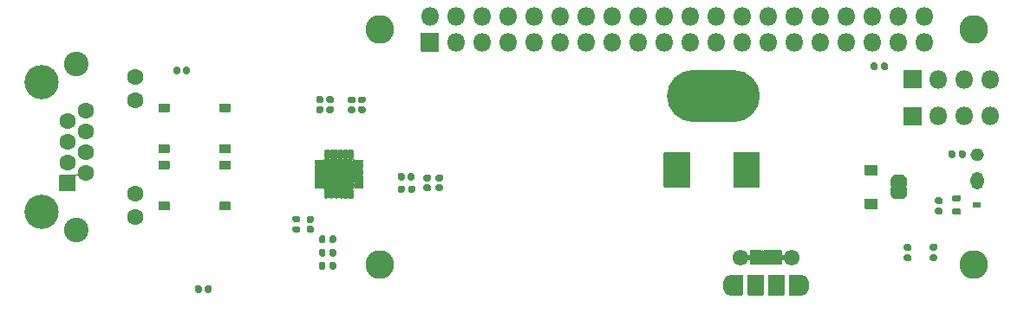
<source format=gbs>
G04 #@! TF.GenerationSoftware,KiCad,Pcbnew,(5.1.10)-1*
G04 #@! TF.CreationDate,2021-09-04T12:41:49+02:00*
G04 #@! TF.ProjectId,POE_hat_and_USB,504f455f-6861-4745-9f61-6e645f555342,1.0*
G04 #@! TF.SameCoordinates,Original*
G04 #@! TF.FileFunction,Soldermask,Bot*
G04 #@! TF.FilePolarity,Negative*
%FSLAX46Y46*%
G04 Gerber Fmt 4.6, Leading zero omitted, Abs format (unit mm)*
G04 Created by KiCad (PCBNEW (5.1.10)-1) date 2021-09-04 12:41:49*
%MOMM*%
%LPD*%
G01*
G04 APERTURE LIST*
%ADD10O,1.802000X1.802000*%
%ADD11C,2.802000*%
%ADD12O,1.302000X1.702000*%
%ADD13O,1.302000X1.302000*%
%ADD14C,1.602000*%
%ADD15C,3.352000*%
%ADD16C,2.402000*%
%ADD17O,1.302000X2.002000*%
%ADD18C,1.552000*%
%ADD19C,0.100000*%
G04 APERTURE END LIST*
G36*
G01*
X151600000Y-98549000D02*
X155600000Y-98549000D01*
G75*
G02*
X158151000Y-101100000I0J-2551000D01*
G01*
X158151000Y-101100000D01*
G75*
G02*
X155600000Y-103651000I-2551000J0D01*
G01*
X151600000Y-103651000D01*
G75*
G02*
X149049000Y-101100000I0J2551000D01*
G01*
X149049000Y-101100000D01*
G75*
G02*
X151600000Y-98549000I2551000J0D01*
G01*
G37*
G36*
G01*
X125052000Y-94937000D02*
X126752000Y-94937000D01*
G75*
G02*
X126803000Y-94988000I0J-51000D01*
G01*
X126803000Y-96688000D01*
G75*
G02*
X126752000Y-96739000I-51000J0D01*
G01*
X125052000Y-96739000D01*
G75*
G02*
X125001000Y-96688000I0J51000D01*
G01*
X125001000Y-94988000D01*
G75*
G02*
X125052000Y-94937000I51000J0D01*
G01*
G37*
D10*
X125902000Y-93298000D03*
X128442000Y-95838000D03*
X128442000Y-93298000D03*
X130982000Y-95838000D03*
X130982000Y-93298000D03*
X133522000Y-95838000D03*
X133522000Y-93298000D03*
X136062000Y-95838000D03*
X136062000Y-93298000D03*
X138602000Y-95838000D03*
X138602000Y-93298000D03*
X141142000Y-95838000D03*
X141142000Y-93298000D03*
X143682000Y-95838000D03*
X143682000Y-93298000D03*
X146222000Y-95838000D03*
X146222000Y-93298000D03*
X148762000Y-95838000D03*
X148762000Y-93298000D03*
X151302000Y-95838000D03*
X151302000Y-93298000D03*
X153842000Y-95838000D03*
X153842000Y-93298000D03*
X156382000Y-95838000D03*
X156382000Y-93298000D03*
X158922000Y-95838000D03*
X158922000Y-93298000D03*
X161462000Y-95838000D03*
X161462000Y-93298000D03*
X164002000Y-95838000D03*
X164002000Y-93298000D03*
X166542000Y-95838000D03*
X166542000Y-93298000D03*
X169082000Y-95838000D03*
X169082000Y-93298000D03*
X171622000Y-95838000D03*
X171622000Y-93298000D03*
X174162000Y-95838000D03*
X174162000Y-93298000D03*
G36*
G01*
X175292700Y-117239200D02*
X174871700Y-117239200D01*
G75*
G02*
X174711200Y-117078700I0J160500D01*
G01*
X174711200Y-116757700D01*
G75*
G02*
X174871700Y-116597200I160500J0D01*
G01*
X175292700Y-116597200D01*
G75*
G02*
X175453200Y-116757700I0J-160500D01*
G01*
X175453200Y-117078700D01*
G75*
G02*
X175292700Y-117239200I-160500J0D01*
G01*
G37*
G36*
G01*
X175292700Y-116219200D02*
X174871700Y-116219200D01*
G75*
G02*
X174711200Y-116058700I0J160500D01*
G01*
X174711200Y-115737700D01*
G75*
G02*
X174871700Y-115577200I160500J0D01*
G01*
X175292700Y-115577200D01*
G75*
G02*
X175453200Y-115737700I0J-160500D01*
G01*
X175453200Y-116058700D01*
G75*
G02*
X175292700Y-116219200I-160500J0D01*
G01*
G37*
D11*
X121032000Y-94568000D03*
X179032000Y-94568000D03*
X179032000Y-117568000D03*
X121032000Y-117568000D03*
G36*
G01*
X106458000Y-107517999D02*
X106458000Y-108218001D01*
G75*
G02*
X106407001Y-108269000I-50999J0D01*
G01*
X105406999Y-108269000D01*
G75*
G02*
X105356000Y-108218001I0J50999D01*
G01*
X105356000Y-107517999D01*
G75*
G02*
X105406999Y-107467000I50999J0D01*
G01*
X106407001Y-107467000D01*
G75*
G02*
X106458000Y-107517999I0J-50999D01*
G01*
G37*
G36*
G01*
X106458000Y-111517999D02*
X106458000Y-112218001D01*
G75*
G02*
X106407001Y-112269000I-50999J0D01*
G01*
X105406999Y-112269000D01*
G75*
G02*
X105356000Y-112218001I0J50999D01*
G01*
X105356000Y-111517999D01*
G75*
G02*
X105406999Y-111467000I50999J0D01*
G01*
X106407001Y-111467000D01*
G75*
G02*
X106458000Y-111517999I0J-50999D01*
G01*
G37*
G36*
G01*
X100508000Y-111517999D02*
X100508000Y-112218001D01*
G75*
G02*
X100457001Y-112269000I-50999J0D01*
G01*
X99456999Y-112269000D01*
G75*
G02*
X99406000Y-112218001I0J50999D01*
G01*
X99406000Y-111517999D01*
G75*
G02*
X99456999Y-111467000I50999J0D01*
G01*
X100457001Y-111467000D01*
G75*
G02*
X100508000Y-111517999I0J-50999D01*
G01*
G37*
G36*
G01*
X100508000Y-107517999D02*
X100508000Y-108218001D01*
G75*
G02*
X100457001Y-108269000I-50999J0D01*
G01*
X99456999Y-108269000D01*
G75*
G02*
X99406000Y-108218001I0J50999D01*
G01*
X99406000Y-107517999D01*
G75*
G02*
X99456999Y-107467000I50999J0D01*
G01*
X100457001Y-107467000D01*
G75*
G02*
X100508000Y-107517999I0J-50999D01*
G01*
G37*
G36*
G01*
X100508000Y-101917999D02*
X100508000Y-102618001D01*
G75*
G02*
X100457001Y-102669000I-50999J0D01*
G01*
X99456999Y-102669000D01*
G75*
G02*
X99406000Y-102618001I0J50999D01*
G01*
X99406000Y-101917999D01*
G75*
G02*
X99456999Y-101867000I50999J0D01*
G01*
X100457001Y-101867000D01*
G75*
G02*
X100508000Y-101917999I0J-50999D01*
G01*
G37*
G36*
G01*
X100508000Y-105917999D02*
X100508000Y-106618001D01*
G75*
G02*
X100457001Y-106669000I-50999J0D01*
G01*
X99456999Y-106669000D01*
G75*
G02*
X99406000Y-106618001I0J50999D01*
G01*
X99406000Y-105917999D01*
G75*
G02*
X99456999Y-105867000I50999J0D01*
G01*
X100457001Y-105867000D01*
G75*
G02*
X100508000Y-105917999I0J-50999D01*
G01*
G37*
G36*
G01*
X106458000Y-105917999D02*
X106458000Y-106618001D01*
G75*
G02*
X106407001Y-106669000I-50999J0D01*
G01*
X105406999Y-106669000D01*
G75*
G02*
X105356000Y-106618001I0J50999D01*
G01*
X105356000Y-105917999D01*
G75*
G02*
X105406999Y-105867000I50999J0D01*
G01*
X106407001Y-105867000D01*
G75*
G02*
X106458000Y-105917999I0J-50999D01*
G01*
G37*
G36*
G01*
X106458000Y-101917999D02*
X106458000Y-102618001D01*
G75*
G02*
X106407001Y-102669000I-50999J0D01*
G01*
X105406999Y-102669000D01*
G75*
G02*
X105356000Y-102618001I0J50999D01*
G01*
X105356000Y-101917999D01*
G75*
G02*
X105406999Y-101867000I50999J0D01*
G01*
X106407001Y-101867000D01*
G75*
G02*
X106458000Y-101917999I0J-50999D01*
G01*
G37*
G36*
G01*
X155591400Y-106642700D02*
X158091400Y-106642700D01*
G75*
G02*
X158142400Y-106693700I0J-51000D01*
G01*
X158142400Y-109993700D01*
G75*
G02*
X158091400Y-110044700I-51000J0D01*
G01*
X155591400Y-110044700D01*
G75*
G02*
X155540400Y-109993700I0J51000D01*
G01*
X155540400Y-106693700D01*
G75*
G02*
X155591400Y-106642700I51000J0D01*
G01*
G37*
G36*
G01*
X148791400Y-106642700D02*
X151291400Y-106642700D01*
G75*
G02*
X151342400Y-106693700I0J-51000D01*
G01*
X151342400Y-109993700D01*
G75*
G02*
X151291400Y-110044700I-51000J0D01*
G01*
X148791400Y-110044700D01*
G75*
G02*
X148740400Y-109993700I0J51000D01*
G01*
X148740400Y-106693700D01*
G75*
G02*
X148791400Y-106642700I51000J0D01*
G01*
G37*
D12*
X179332000Y-109368000D03*
D13*
X179332000Y-106828000D03*
G36*
G01*
X168400000Y-107849000D02*
X169600000Y-107849000D01*
G75*
G02*
X169651000Y-107900000I0J-51000D01*
G01*
X169651000Y-108800000D01*
G75*
G02*
X169600000Y-108851000I-51000J0D01*
G01*
X168400000Y-108851000D01*
G75*
G02*
X168349000Y-108800000I0J51000D01*
G01*
X168349000Y-107900000D01*
G75*
G02*
X168400000Y-107849000I51000J0D01*
G01*
G37*
G36*
G01*
X168400000Y-111149000D02*
X169600000Y-111149000D01*
G75*
G02*
X169651000Y-111200000I0J-51000D01*
G01*
X169651000Y-112100000D01*
G75*
G02*
X169600000Y-112151000I-51000J0D01*
G01*
X168400000Y-112151000D01*
G75*
G02*
X168349000Y-112100000I0J51000D01*
G01*
X168349000Y-111200000D01*
G75*
G02*
X168400000Y-111149000I51000J0D01*
G01*
G37*
G36*
G01*
X91282000Y-110429000D02*
X89782000Y-110429000D01*
G75*
G02*
X89731000Y-110378000I0J51000D01*
G01*
X89731000Y-108878000D01*
G75*
G02*
X89782000Y-108827000I51000J0D01*
G01*
X91282000Y-108827000D01*
G75*
G02*
X91333000Y-108878000I0J-51000D01*
G01*
X91333000Y-110378000D01*
G75*
G02*
X91282000Y-110429000I-51000J0D01*
G01*
G37*
D14*
X90532000Y-107596000D03*
X90532000Y-105564000D03*
X90532000Y-103532000D03*
X92312000Y-108612000D03*
X92312000Y-106580000D03*
X92312000Y-104548000D03*
X92312000Y-102516000D03*
D15*
X87992000Y-112418000D03*
X87992000Y-99718000D03*
D16*
X91422000Y-97938000D03*
X91422000Y-114198000D03*
D14*
X97132000Y-112928000D03*
X97132000Y-110638000D03*
X97132000Y-101498000D03*
X97132000Y-99208000D03*
D10*
X180652000Y-103068000D03*
X178112000Y-103068000D03*
X175572000Y-103068000D03*
G36*
G01*
X173882000Y-103969000D02*
X172182000Y-103969000D01*
G75*
G02*
X172131000Y-103918000I0J51000D01*
G01*
X172131000Y-102218000D01*
G75*
G02*
X172182000Y-102167000I51000J0D01*
G01*
X173882000Y-102167000D01*
G75*
G02*
X173933000Y-102218000I0J-51000D01*
G01*
X173933000Y-103918000D01*
G75*
G02*
X173882000Y-103969000I-51000J0D01*
G01*
G37*
G36*
G01*
X173882000Y-100369000D02*
X172182000Y-100369000D01*
G75*
G02*
X172131000Y-100318000I0J51000D01*
G01*
X172131000Y-98618000D01*
G75*
G02*
X172182000Y-98567000I51000J0D01*
G01*
X173882000Y-98567000D01*
G75*
G02*
X173933000Y-98618000I0J-51000D01*
G01*
X173933000Y-100318000D01*
G75*
G02*
X173882000Y-100369000I-51000J0D01*
G01*
G37*
X175572000Y-99468000D03*
X178112000Y-99468000D03*
X180652000Y-99468000D03*
G36*
G01*
X162271000Y-118666295D02*
X162271000Y-120566297D01*
G75*
G02*
X162220001Y-120617296I-50999J0D01*
G01*
X161019999Y-120617296D01*
G75*
G02*
X160969000Y-120566297I0J50999D01*
G01*
X160969000Y-118666295D01*
G75*
G02*
X161019999Y-118615296I50999J0D01*
G01*
X162220001Y-118615296D01*
G75*
G02*
X162271000Y-118666295I0J-50999D01*
G01*
G37*
G36*
G01*
X156471000Y-118666295D02*
X156471000Y-120566297D01*
G75*
G02*
X156420001Y-120617296I-50999J0D01*
G01*
X155219999Y-120617296D01*
G75*
G02*
X155169000Y-120566297I0J50999D01*
G01*
X155169000Y-118666295D01*
G75*
G02*
X155219999Y-118615296I50999J0D01*
G01*
X156420001Y-118615296D01*
G75*
G02*
X156471000Y-118666295I0J-50999D01*
G01*
G37*
D17*
X155220000Y-119616296D03*
X162220000Y-119616296D03*
G36*
G01*
X160521000Y-118666296D02*
X160521000Y-120566296D01*
G75*
G02*
X160470000Y-120617296I-51000J0D01*
G01*
X158970000Y-120617296D01*
G75*
G02*
X158919000Y-120566296I0J51000D01*
G01*
X158919000Y-118666296D01*
G75*
G02*
X158970000Y-118615296I51000J0D01*
G01*
X160470000Y-118615296D01*
G75*
G02*
X160521000Y-118666296I0J-51000D01*
G01*
G37*
D18*
X156220000Y-116916296D03*
G36*
G01*
X158971000Y-116241296D02*
X158971000Y-117591296D01*
G75*
G02*
X158920000Y-117642296I-51000J0D01*
G01*
X158520000Y-117642296D01*
G75*
G02*
X158469000Y-117591296I0J51000D01*
G01*
X158469000Y-116241296D01*
G75*
G02*
X158520000Y-116190296I51000J0D01*
G01*
X158920000Y-116190296D01*
G75*
G02*
X158971000Y-116241296I0J-51000D01*
G01*
G37*
G36*
G01*
X158321000Y-116241296D02*
X158321000Y-117591296D01*
G75*
G02*
X158270000Y-117642296I-51000J0D01*
G01*
X157870000Y-117642296D01*
G75*
G02*
X157819000Y-117591296I0J51000D01*
G01*
X157819000Y-116241296D01*
G75*
G02*
X157870000Y-116190296I51000J0D01*
G01*
X158270000Y-116190296D01*
G75*
G02*
X158321000Y-116241296I0J-51000D01*
G01*
G37*
G36*
G01*
X157671000Y-116241296D02*
X157671000Y-117591296D01*
G75*
G02*
X157620000Y-117642296I-51000J0D01*
G01*
X157220000Y-117642296D01*
G75*
G02*
X157169000Y-117591296I0J51000D01*
G01*
X157169000Y-116241296D01*
G75*
G02*
X157220000Y-116190296I51000J0D01*
G01*
X157620000Y-116190296D01*
G75*
G02*
X157671000Y-116241296I0J-51000D01*
G01*
G37*
G36*
G01*
X160271000Y-116241296D02*
X160271000Y-117591296D01*
G75*
G02*
X160220000Y-117642296I-51000J0D01*
G01*
X159820000Y-117642296D01*
G75*
G02*
X159769000Y-117591296I0J51000D01*
G01*
X159769000Y-116241296D01*
G75*
G02*
X159820000Y-116190296I51000J0D01*
G01*
X160220000Y-116190296D01*
G75*
G02*
X160271000Y-116241296I0J-51000D01*
G01*
G37*
G36*
G01*
X159621000Y-116241296D02*
X159621000Y-117591296D01*
G75*
G02*
X159570000Y-117642296I-51000J0D01*
G01*
X159170000Y-117642296D01*
G75*
G02*
X159119000Y-117591296I0J51000D01*
G01*
X159119000Y-116241296D01*
G75*
G02*
X159170000Y-116190296I51000J0D01*
G01*
X159570000Y-116190296D01*
G75*
G02*
X159621000Y-116241296I0J-51000D01*
G01*
G37*
X161220000Y-116916296D03*
G36*
G01*
X158521000Y-118666296D02*
X158521000Y-120566296D01*
G75*
G02*
X158470000Y-120617296I-51000J0D01*
G01*
X156970000Y-120617296D01*
G75*
G02*
X156919000Y-120566296I0J51000D01*
G01*
X156919000Y-118666296D01*
G75*
G02*
X156970000Y-118615296I51000J0D01*
G01*
X158470000Y-118615296D01*
G75*
G02*
X158521000Y-118666296I0J-51000D01*
G01*
G37*
D19*
G36*
X172500020Y-109859950D02*
G01*
X172497118Y-109869517D01*
X172492405Y-109878334D01*
X172486062Y-109886062D01*
X172478334Y-109892405D01*
X172469517Y-109897118D01*
X172459950Y-109900020D01*
X172450000Y-109901000D01*
X170950000Y-109901000D01*
X170940050Y-109900020D01*
X170930483Y-109897118D01*
X170921666Y-109892405D01*
X170913938Y-109886062D01*
X170907595Y-109878334D01*
X170902882Y-109869517D01*
X170899980Y-109859950D01*
X170899000Y-109850000D01*
X170899000Y-109350000D01*
X170899602Y-109343888D01*
X170899602Y-109325466D01*
X170899848Y-109320467D01*
X170904658Y-109271636D01*
X170905392Y-109266686D01*
X170914964Y-109218561D01*
X170916180Y-109213705D01*
X170930424Y-109166750D01*
X170932110Y-109162039D01*
X170950887Y-109116706D01*
X170953027Y-109112180D01*
X170976158Y-109068907D01*
X170978731Y-109064616D01*
X171005991Y-109023817D01*
X171008973Y-109019796D01*
X171040101Y-108981867D01*
X171043462Y-108978159D01*
X171078159Y-108943462D01*
X171081867Y-108940101D01*
X171119796Y-108908973D01*
X171123817Y-108905991D01*
X171164616Y-108878731D01*
X171168907Y-108876158D01*
X171212180Y-108853027D01*
X171216706Y-108850887D01*
X171262039Y-108832110D01*
X171266750Y-108830424D01*
X171313705Y-108816180D01*
X171318561Y-108814964D01*
X171366686Y-108805392D01*
X171371636Y-108804658D01*
X171420467Y-108799848D01*
X171425466Y-108799602D01*
X171443888Y-108799602D01*
X171450000Y-108799000D01*
X171950000Y-108799000D01*
X171956112Y-108799602D01*
X171974534Y-108799602D01*
X171979533Y-108799848D01*
X172028364Y-108804658D01*
X172033314Y-108805392D01*
X172081439Y-108814964D01*
X172086295Y-108816180D01*
X172133250Y-108830424D01*
X172137961Y-108832110D01*
X172183294Y-108850887D01*
X172187820Y-108853027D01*
X172231093Y-108876158D01*
X172235384Y-108878731D01*
X172276183Y-108905991D01*
X172280204Y-108908973D01*
X172318133Y-108940101D01*
X172321841Y-108943462D01*
X172356538Y-108978159D01*
X172359899Y-108981867D01*
X172391027Y-109019796D01*
X172394009Y-109023817D01*
X172421269Y-109064616D01*
X172423842Y-109068907D01*
X172446973Y-109112180D01*
X172449113Y-109116706D01*
X172467890Y-109162039D01*
X172469576Y-109166750D01*
X172483820Y-109213705D01*
X172485036Y-109218561D01*
X172494608Y-109266686D01*
X172495342Y-109271636D01*
X172500152Y-109320467D01*
X172500398Y-109325466D01*
X172500398Y-109343888D01*
X172501000Y-109350000D01*
X172501000Y-109850000D01*
X172500020Y-109859950D01*
G37*
G36*
X172500398Y-110656112D02*
G01*
X172500398Y-110674534D01*
X172500152Y-110679533D01*
X172495342Y-110728364D01*
X172494608Y-110733314D01*
X172485036Y-110781439D01*
X172483820Y-110786295D01*
X172469576Y-110833250D01*
X172467890Y-110837961D01*
X172449113Y-110883294D01*
X172446973Y-110887820D01*
X172423842Y-110931093D01*
X172421269Y-110935384D01*
X172394009Y-110976183D01*
X172391027Y-110980204D01*
X172359899Y-111018133D01*
X172356538Y-111021841D01*
X172321841Y-111056538D01*
X172318133Y-111059899D01*
X172280204Y-111091027D01*
X172276183Y-111094009D01*
X172235384Y-111121269D01*
X172231093Y-111123842D01*
X172187820Y-111146973D01*
X172183294Y-111149113D01*
X172137961Y-111167890D01*
X172133250Y-111169576D01*
X172086295Y-111183820D01*
X172081439Y-111185036D01*
X172033314Y-111194608D01*
X172028364Y-111195342D01*
X171979533Y-111200152D01*
X171974534Y-111200398D01*
X171956112Y-111200398D01*
X171950000Y-111201000D01*
X171450000Y-111201000D01*
X171443888Y-111200398D01*
X171425466Y-111200398D01*
X171420467Y-111200152D01*
X171371636Y-111195342D01*
X171366686Y-111194608D01*
X171318561Y-111185036D01*
X171313705Y-111183820D01*
X171266750Y-111169576D01*
X171262039Y-111167890D01*
X171216706Y-111149113D01*
X171212180Y-111146973D01*
X171168907Y-111123842D01*
X171164616Y-111121269D01*
X171123817Y-111094009D01*
X171119796Y-111091027D01*
X171081867Y-111059899D01*
X171078159Y-111056538D01*
X171043462Y-111021841D01*
X171040101Y-111018133D01*
X171008973Y-110980204D01*
X171005991Y-110976183D01*
X170978731Y-110935384D01*
X170976158Y-110931093D01*
X170953027Y-110887820D01*
X170950887Y-110883294D01*
X170932110Y-110837961D01*
X170930424Y-110833250D01*
X170916180Y-110786295D01*
X170914964Y-110781439D01*
X170905392Y-110733314D01*
X170904658Y-110728364D01*
X170899848Y-110679533D01*
X170899602Y-110674534D01*
X170899602Y-110656112D01*
X170899000Y-110650000D01*
X170899000Y-110150000D01*
X170899980Y-110140050D01*
X170902882Y-110130483D01*
X170907595Y-110121666D01*
X170913938Y-110113938D01*
X170921666Y-110107595D01*
X170930483Y-110102882D01*
X170940050Y-110099980D01*
X170950000Y-110099000D01*
X172450000Y-110099000D01*
X172459950Y-110099980D01*
X172469517Y-110102882D01*
X172478334Y-110107595D01*
X172486062Y-110113938D01*
X172492405Y-110121666D01*
X172497118Y-110130483D01*
X172500020Y-110140050D01*
X172501000Y-110150000D01*
X172501000Y-110650000D01*
X172500398Y-110656112D01*
G37*
G36*
G01*
X177682000Y-112694000D02*
X176982000Y-112694000D01*
G75*
G02*
X176931000Y-112643000I0J51000D01*
G01*
X176931000Y-112193000D01*
G75*
G02*
X176982000Y-112142000I51000J0D01*
G01*
X177682000Y-112142000D01*
G75*
G02*
X177733000Y-112193000I0J-51000D01*
G01*
X177733000Y-112643000D01*
G75*
G02*
X177682000Y-112694000I-51000J0D01*
G01*
G37*
G36*
G01*
X177682000Y-111394000D02*
X176982000Y-111394000D01*
G75*
G02*
X176931000Y-111343000I0J51000D01*
G01*
X176931000Y-110893000D01*
G75*
G02*
X176982000Y-110842000I51000J0D01*
G01*
X177682000Y-110842000D01*
G75*
G02*
X177733000Y-110893000I0J-51000D01*
G01*
X177733000Y-111343000D01*
G75*
G02*
X177682000Y-111394000I-51000J0D01*
G01*
G37*
G36*
G01*
X179682000Y-112044000D02*
X178982000Y-112044000D01*
G75*
G02*
X178931000Y-111993000I0J51000D01*
G01*
X178931000Y-111543000D01*
G75*
G02*
X178982000Y-111492000I51000J0D01*
G01*
X179682000Y-111492000D01*
G75*
G02*
X179733000Y-111543000I0J-51000D01*
G01*
X179733000Y-111993000D01*
G75*
G02*
X179682000Y-112044000I-51000J0D01*
G01*
G37*
G36*
G01*
X115679500Y-110050100D02*
X115679500Y-107450100D01*
G75*
G02*
X115730500Y-107399100I51000J0D01*
G01*
X118330500Y-107399100D01*
G75*
G02*
X118381500Y-107450100I0J-51000D01*
G01*
X118381500Y-110050100D01*
G75*
G02*
X118330500Y-110101100I-51000J0D01*
G01*
X115730500Y-110101100D01*
G75*
G02*
X115679500Y-110050100I0J51000D01*
G01*
G37*
G36*
G01*
X115604500Y-111063100D02*
X115604500Y-110312100D01*
G75*
G02*
X115692500Y-110224100I88000J0D01*
G01*
X115868500Y-110224100D01*
G75*
G02*
X115956500Y-110312100I0J-88000D01*
G01*
X115956500Y-111063100D01*
G75*
G02*
X115868500Y-111151100I-88000J0D01*
G01*
X115692500Y-111151100D01*
G75*
G02*
X115604500Y-111063100I0J88000D01*
G01*
G37*
G36*
G01*
X116104500Y-111063100D02*
X116104500Y-110312100D01*
G75*
G02*
X116192500Y-110224100I88000J0D01*
G01*
X116368500Y-110224100D01*
G75*
G02*
X116456500Y-110312100I0J-88000D01*
G01*
X116456500Y-111063100D01*
G75*
G02*
X116368500Y-111151100I-88000J0D01*
G01*
X116192500Y-111151100D01*
G75*
G02*
X116104500Y-111063100I0J88000D01*
G01*
G37*
G36*
G01*
X116604500Y-111063100D02*
X116604500Y-110312100D01*
G75*
G02*
X116692500Y-110224100I88000J0D01*
G01*
X116868500Y-110224100D01*
G75*
G02*
X116956500Y-110312100I0J-88000D01*
G01*
X116956500Y-111063100D01*
G75*
G02*
X116868500Y-111151100I-88000J0D01*
G01*
X116692500Y-111151100D01*
G75*
G02*
X116604500Y-111063100I0J88000D01*
G01*
G37*
G36*
G01*
X117104500Y-111063100D02*
X117104500Y-110312100D01*
G75*
G02*
X117192500Y-110224100I88000J0D01*
G01*
X117368500Y-110224100D01*
G75*
G02*
X117456500Y-110312100I0J-88000D01*
G01*
X117456500Y-111063100D01*
G75*
G02*
X117368500Y-111151100I-88000J0D01*
G01*
X117192500Y-111151100D01*
G75*
G02*
X117104500Y-111063100I0J88000D01*
G01*
G37*
G36*
G01*
X117604500Y-111063100D02*
X117604500Y-110312100D01*
G75*
G02*
X117692500Y-110224100I88000J0D01*
G01*
X117868500Y-110224100D01*
G75*
G02*
X117956500Y-110312100I0J-88000D01*
G01*
X117956500Y-111063100D01*
G75*
G02*
X117868500Y-111151100I-88000J0D01*
G01*
X117692500Y-111151100D01*
G75*
G02*
X117604500Y-111063100I0J88000D01*
G01*
G37*
G36*
G01*
X118104500Y-111063100D02*
X118104500Y-110312100D01*
G75*
G02*
X118192500Y-110224100I88000J0D01*
G01*
X118368500Y-110224100D01*
G75*
G02*
X118456500Y-110312100I0J-88000D01*
G01*
X118456500Y-111063100D01*
G75*
G02*
X118368500Y-111151100I-88000J0D01*
G01*
X118192500Y-111151100D01*
G75*
G02*
X118104500Y-111063100I0J88000D01*
G01*
G37*
G36*
G01*
X118504500Y-110088100D02*
X118504500Y-109912100D01*
G75*
G02*
X118592500Y-109824100I88000J0D01*
G01*
X119343500Y-109824100D01*
G75*
G02*
X119431500Y-109912100I0J-88000D01*
G01*
X119431500Y-110088100D01*
G75*
G02*
X119343500Y-110176100I-88000J0D01*
G01*
X118592500Y-110176100D01*
G75*
G02*
X118504500Y-110088100I0J88000D01*
G01*
G37*
G36*
G01*
X118504500Y-109588100D02*
X118504500Y-109412100D01*
G75*
G02*
X118592500Y-109324100I88000J0D01*
G01*
X119343500Y-109324100D01*
G75*
G02*
X119431500Y-109412100I0J-88000D01*
G01*
X119431500Y-109588100D01*
G75*
G02*
X119343500Y-109676100I-88000J0D01*
G01*
X118592500Y-109676100D01*
G75*
G02*
X118504500Y-109588100I0J88000D01*
G01*
G37*
G36*
G01*
X118504500Y-109088100D02*
X118504500Y-108912100D01*
G75*
G02*
X118592500Y-108824100I88000J0D01*
G01*
X119343500Y-108824100D01*
G75*
G02*
X119431500Y-108912100I0J-88000D01*
G01*
X119431500Y-109088100D01*
G75*
G02*
X119343500Y-109176100I-88000J0D01*
G01*
X118592500Y-109176100D01*
G75*
G02*
X118504500Y-109088100I0J88000D01*
G01*
G37*
G36*
G01*
X118504500Y-108588100D02*
X118504500Y-108412100D01*
G75*
G02*
X118592500Y-108324100I88000J0D01*
G01*
X119343500Y-108324100D01*
G75*
G02*
X119431500Y-108412100I0J-88000D01*
G01*
X119431500Y-108588100D01*
G75*
G02*
X119343500Y-108676100I-88000J0D01*
G01*
X118592500Y-108676100D01*
G75*
G02*
X118504500Y-108588100I0J88000D01*
G01*
G37*
G36*
G01*
X118504500Y-108088100D02*
X118504500Y-107912100D01*
G75*
G02*
X118592500Y-107824100I88000J0D01*
G01*
X119343500Y-107824100D01*
G75*
G02*
X119431500Y-107912100I0J-88000D01*
G01*
X119431500Y-108088100D01*
G75*
G02*
X119343500Y-108176100I-88000J0D01*
G01*
X118592500Y-108176100D01*
G75*
G02*
X118504500Y-108088100I0J88000D01*
G01*
G37*
G36*
G01*
X118504500Y-107588100D02*
X118504500Y-107412100D01*
G75*
G02*
X118592500Y-107324100I88000J0D01*
G01*
X119343500Y-107324100D01*
G75*
G02*
X119431500Y-107412100I0J-88000D01*
G01*
X119431500Y-107588100D01*
G75*
G02*
X119343500Y-107676100I-88000J0D01*
G01*
X118592500Y-107676100D01*
G75*
G02*
X118504500Y-107588100I0J88000D01*
G01*
G37*
G36*
G01*
X118104500Y-107188100D02*
X118104500Y-106437100D01*
G75*
G02*
X118192500Y-106349100I88000J0D01*
G01*
X118368500Y-106349100D01*
G75*
G02*
X118456500Y-106437100I0J-88000D01*
G01*
X118456500Y-107188100D01*
G75*
G02*
X118368500Y-107276100I-88000J0D01*
G01*
X118192500Y-107276100D01*
G75*
G02*
X118104500Y-107188100I0J88000D01*
G01*
G37*
G36*
G01*
X117604500Y-107188100D02*
X117604500Y-106437100D01*
G75*
G02*
X117692500Y-106349100I88000J0D01*
G01*
X117868500Y-106349100D01*
G75*
G02*
X117956500Y-106437100I0J-88000D01*
G01*
X117956500Y-107188100D01*
G75*
G02*
X117868500Y-107276100I-88000J0D01*
G01*
X117692500Y-107276100D01*
G75*
G02*
X117604500Y-107188100I0J88000D01*
G01*
G37*
G36*
G01*
X117104500Y-107188100D02*
X117104500Y-106437100D01*
G75*
G02*
X117192500Y-106349100I88000J0D01*
G01*
X117368500Y-106349100D01*
G75*
G02*
X117456500Y-106437100I0J-88000D01*
G01*
X117456500Y-107188100D01*
G75*
G02*
X117368500Y-107276100I-88000J0D01*
G01*
X117192500Y-107276100D01*
G75*
G02*
X117104500Y-107188100I0J88000D01*
G01*
G37*
G36*
G01*
X116604500Y-107188100D02*
X116604500Y-106437100D01*
G75*
G02*
X116692500Y-106349100I88000J0D01*
G01*
X116868500Y-106349100D01*
G75*
G02*
X116956500Y-106437100I0J-88000D01*
G01*
X116956500Y-107188100D01*
G75*
G02*
X116868500Y-107276100I-88000J0D01*
G01*
X116692500Y-107276100D01*
G75*
G02*
X116604500Y-107188100I0J88000D01*
G01*
G37*
G36*
G01*
X116104500Y-107188100D02*
X116104500Y-106437100D01*
G75*
G02*
X116192500Y-106349100I88000J0D01*
G01*
X116368500Y-106349100D01*
G75*
G02*
X116456500Y-106437100I0J-88000D01*
G01*
X116456500Y-107188100D01*
G75*
G02*
X116368500Y-107276100I-88000J0D01*
G01*
X116192500Y-107276100D01*
G75*
G02*
X116104500Y-107188100I0J88000D01*
G01*
G37*
G36*
G01*
X115604500Y-107188100D02*
X115604500Y-106437100D01*
G75*
G02*
X115692500Y-106349100I88000J0D01*
G01*
X115868500Y-106349100D01*
G75*
G02*
X115956500Y-106437100I0J-88000D01*
G01*
X115956500Y-107188100D01*
G75*
G02*
X115868500Y-107276100I-88000J0D01*
G01*
X115692500Y-107276100D01*
G75*
G02*
X115604500Y-107188100I0J88000D01*
G01*
G37*
G36*
G01*
X114629500Y-107588100D02*
X114629500Y-107412100D01*
G75*
G02*
X114717500Y-107324100I88000J0D01*
G01*
X115468500Y-107324100D01*
G75*
G02*
X115556500Y-107412100I0J-88000D01*
G01*
X115556500Y-107588100D01*
G75*
G02*
X115468500Y-107676100I-88000J0D01*
G01*
X114717500Y-107676100D01*
G75*
G02*
X114629500Y-107588100I0J88000D01*
G01*
G37*
G36*
G01*
X114629500Y-108088100D02*
X114629500Y-107912100D01*
G75*
G02*
X114717500Y-107824100I88000J0D01*
G01*
X115468500Y-107824100D01*
G75*
G02*
X115556500Y-107912100I0J-88000D01*
G01*
X115556500Y-108088100D01*
G75*
G02*
X115468500Y-108176100I-88000J0D01*
G01*
X114717500Y-108176100D01*
G75*
G02*
X114629500Y-108088100I0J88000D01*
G01*
G37*
G36*
G01*
X114629500Y-108588100D02*
X114629500Y-108412100D01*
G75*
G02*
X114717500Y-108324100I88000J0D01*
G01*
X115468500Y-108324100D01*
G75*
G02*
X115556500Y-108412100I0J-88000D01*
G01*
X115556500Y-108588100D01*
G75*
G02*
X115468500Y-108676100I-88000J0D01*
G01*
X114717500Y-108676100D01*
G75*
G02*
X114629500Y-108588100I0J88000D01*
G01*
G37*
G36*
G01*
X114629500Y-109088100D02*
X114629500Y-108912100D01*
G75*
G02*
X114717500Y-108824100I88000J0D01*
G01*
X115468500Y-108824100D01*
G75*
G02*
X115556500Y-108912100I0J-88000D01*
G01*
X115556500Y-109088100D01*
G75*
G02*
X115468500Y-109176100I-88000J0D01*
G01*
X114717500Y-109176100D01*
G75*
G02*
X114629500Y-109088100I0J88000D01*
G01*
G37*
G36*
G01*
X114629500Y-109588100D02*
X114629500Y-109412100D01*
G75*
G02*
X114717500Y-109324100I88000J0D01*
G01*
X115468500Y-109324100D01*
G75*
G02*
X115556500Y-109412100I0J-88000D01*
G01*
X115556500Y-109588100D01*
G75*
G02*
X115468500Y-109676100I-88000J0D01*
G01*
X114717500Y-109676100D01*
G75*
G02*
X114629500Y-109588100I0J88000D01*
G01*
G37*
G36*
G01*
X114629500Y-110088100D02*
X114629500Y-109912100D01*
G75*
G02*
X114717500Y-109824100I88000J0D01*
G01*
X115468500Y-109824100D01*
G75*
G02*
X115556500Y-109912100I0J-88000D01*
G01*
X115556500Y-110088100D01*
G75*
G02*
X115468500Y-110176100I-88000J0D01*
G01*
X114717500Y-110176100D01*
G75*
G02*
X114629500Y-110088100I0J88000D01*
G01*
G37*
G36*
G01*
X102989000Y-120195500D02*
X102989000Y-119804500D01*
G75*
G02*
X103154500Y-119639000I165500J0D01*
G01*
X103485500Y-119639000D01*
G75*
G02*
X103651000Y-119804500I0J-165500D01*
G01*
X103651000Y-120195500D01*
G75*
G02*
X103485500Y-120361000I-165500J0D01*
G01*
X103154500Y-120361000D01*
G75*
G02*
X102989000Y-120195500I0J165500D01*
G01*
G37*
G36*
G01*
X103949000Y-120195500D02*
X103949000Y-119804500D01*
G75*
G02*
X104114500Y-119639000I165500J0D01*
G01*
X104445500Y-119639000D01*
G75*
G02*
X104611000Y-119804500I0J-165500D01*
G01*
X104611000Y-120195500D01*
G75*
G02*
X104445500Y-120361000I-165500J0D01*
G01*
X104114500Y-120361000D01*
G75*
G02*
X103949000Y-120195500I0J165500D01*
G01*
G37*
G36*
G01*
X100869000Y-98795500D02*
X100869000Y-98404500D01*
G75*
G02*
X101034500Y-98239000I165500J0D01*
G01*
X101365500Y-98239000D01*
G75*
G02*
X101531000Y-98404500I0J-165500D01*
G01*
X101531000Y-98795500D01*
G75*
G02*
X101365500Y-98961000I-165500J0D01*
G01*
X101034500Y-98961000D01*
G75*
G02*
X100869000Y-98795500I0J165500D01*
G01*
G37*
G36*
G01*
X101829000Y-98795500D02*
X101829000Y-98404500D01*
G75*
G02*
X101994500Y-98239000I165500J0D01*
G01*
X102325500Y-98239000D01*
G75*
G02*
X102491000Y-98404500I0J-165500D01*
G01*
X102491000Y-98795500D01*
G75*
G02*
X102325500Y-98961000I-165500J0D01*
G01*
X101994500Y-98961000D01*
G75*
G02*
X101829000Y-98795500I0J165500D01*
G01*
G37*
G36*
G01*
X125849300Y-109452000D02*
X125458300Y-109452000D01*
G75*
G02*
X125292800Y-109286500I0J165500D01*
G01*
X125292800Y-108955500D01*
G75*
G02*
X125458300Y-108790000I165500J0D01*
G01*
X125849300Y-108790000D01*
G75*
G02*
X126014800Y-108955500I0J-165500D01*
G01*
X126014800Y-109286500D01*
G75*
G02*
X125849300Y-109452000I-165500J0D01*
G01*
G37*
G36*
G01*
X125849300Y-110412000D02*
X125458300Y-110412000D01*
G75*
G02*
X125292800Y-110246500I0J165500D01*
G01*
X125292800Y-109915500D01*
G75*
G02*
X125458300Y-109750000I165500J0D01*
G01*
X125849300Y-109750000D01*
G75*
G02*
X126014800Y-109915500I0J-165500D01*
G01*
X126014800Y-110246500D01*
G75*
G02*
X125849300Y-110412000I-165500J0D01*
G01*
G37*
G36*
G01*
X116355600Y-102750700D02*
X115964600Y-102750700D01*
G75*
G02*
X115799100Y-102585200I0J165500D01*
G01*
X115799100Y-102254200D01*
G75*
G02*
X115964600Y-102088700I165500J0D01*
G01*
X116355600Y-102088700D01*
G75*
G02*
X116521100Y-102254200I0J-165500D01*
G01*
X116521100Y-102585200D01*
G75*
G02*
X116355600Y-102750700I-165500J0D01*
G01*
G37*
G36*
G01*
X116355600Y-101790700D02*
X115964600Y-101790700D01*
G75*
G02*
X115799100Y-101625200I0J165500D01*
G01*
X115799100Y-101294200D01*
G75*
G02*
X115964600Y-101128700I165500J0D01*
G01*
X116355600Y-101128700D01*
G75*
G02*
X116521100Y-101294200I0J-165500D01*
G01*
X116521100Y-101625200D01*
G75*
G02*
X116355600Y-101790700I-165500J0D01*
G01*
G37*
G36*
G01*
X114033380Y-112848920D02*
X114424380Y-112848920D01*
G75*
G02*
X114589880Y-113014420I0J-165500D01*
G01*
X114589880Y-113345420D01*
G75*
G02*
X114424380Y-113510920I-165500J0D01*
G01*
X114033380Y-113510920D01*
G75*
G02*
X113867880Y-113345420I0J165500D01*
G01*
X113867880Y-113014420D01*
G75*
G02*
X114033380Y-112848920I165500J0D01*
G01*
G37*
G36*
G01*
X114033380Y-113808920D02*
X114424380Y-113808920D01*
G75*
G02*
X114589880Y-113974420I0J-165500D01*
G01*
X114589880Y-114305420D01*
G75*
G02*
X114424380Y-114470920I-165500J0D01*
G01*
X114033380Y-114470920D01*
G75*
G02*
X113867880Y-114305420I0J165500D01*
G01*
X113867880Y-113974420D01*
G75*
G02*
X114033380Y-113808920I165500J0D01*
G01*
G37*
G36*
G01*
X115355600Y-102750700D02*
X114964600Y-102750700D01*
G75*
G02*
X114799100Y-102585200I0J165500D01*
G01*
X114799100Y-102254200D01*
G75*
G02*
X114964600Y-102088700I165500J0D01*
G01*
X115355600Y-102088700D01*
G75*
G02*
X115521100Y-102254200I0J-165500D01*
G01*
X115521100Y-102585200D01*
G75*
G02*
X115355600Y-102750700I-165500J0D01*
G01*
G37*
G36*
G01*
X115355600Y-101790700D02*
X114964600Y-101790700D01*
G75*
G02*
X114799100Y-101625200I0J165500D01*
G01*
X114799100Y-101294200D01*
G75*
G02*
X114964600Y-101128700I165500J0D01*
G01*
X115355600Y-101128700D01*
G75*
G02*
X115521100Y-101294200I0J-165500D01*
G01*
X115521100Y-101625200D01*
G75*
G02*
X115355600Y-101790700I-165500J0D01*
G01*
G37*
G36*
G01*
X119461900Y-101803400D02*
X119070900Y-101803400D01*
G75*
G02*
X118905400Y-101637900I0J165500D01*
G01*
X118905400Y-101306900D01*
G75*
G02*
X119070900Y-101141400I165500J0D01*
G01*
X119461900Y-101141400D01*
G75*
G02*
X119627400Y-101306900I0J-165500D01*
G01*
X119627400Y-101637900D01*
G75*
G02*
X119461900Y-101803400I-165500J0D01*
G01*
G37*
G36*
G01*
X119461900Y-102763400D02*
X119070900Y-102763400D01*
G75*
G02*
X118905400Y-102597900I0J165500D01*
G01*
X118905400Y-102266900D01*
G75*
G02*
X119070900Y-102101400I165500J0D01*
G01*
X119461900Y-102101400D01*
G75*
G02*
X119627400Y-102266900I0J-165500D01*
G01*
X119627400Y-102597900D01*
G75*
G02*
X119461900Y-102763400I-165500J0D01*
G01*
G37*
G36*
G01*
X118461900Y-102763400D02*
X118070900Y-102763400D01*
G75*
G02*
X117905400Y-102597900I0J165500D01*
G01*
X117905400Y-102266900D01*
G75*
G02*
X118070900Y-102101400I165500J0D01*
G01*
X118461900Y-102101400D01*
G75*
G02*
X118627400Y-102266900I0J-165500D01*
G01*
X118627400Y-102597900D01*
G75*
G02*
X118461900Y-102763400I-165500J0D01*
G01*
G37*
G36*
G01*
X118461900Y-101803400D02*
X118070900Y-101803400D01*
G75*
G02*
X117905400Y-101637900I0J165500D01*
G01*
X117905400Y-101306900D01*
G75*
G02*
X118070900Y-101141400I165500J0D01*
G01*
X118461900Y-101141400D01*
G75*
G02*
X118627400Y-101306900I0J-165500D01*
G01*
X118627400Y-101637900D01*
G75*
G02*
X118461900Y-101803400I-165500J0D01*
G01*
G37*
G36*
G01*
X127022780Y-109441840D02*
X126631780Y-109441840D01*
G75*
G02*
X126466280Y-109276340I0J165500D01*
G01*
X126466280Y-108945340D01*
G75*
G02*
X126631780Y-108779840I165500J0D01*
G01*
X127022780Y-108779840D01*
G75*
G02*
X127188280Y-108945340I0J-165500D01*
G01*
X127188280Y-109276340D01*
G75*
G02*
X127022780Y-109441840I-165500J0D01*
G01*
G37*
G36*
G01*
X127022780Y-110401840D02*
X126631780Y-110401840D01*
G75*
G02*
X126466280Y-110236340I0J165500D01*
G01*
X126466280Y-109905340D01*
G75*
G02*
X126631780Y-109739840I165500J0D01*
G01*
X127022780Y-109739840D01*
G75*
G02*
X127188280Y-109905340I0J-165500D01*
G01*
X127188280Y-110236340D01*
G75*
G02*
X127022780Y-110401840I-165500J0D01*
G01*
G37*
G36*
G01*
X123745400Y-109199600D02*
X123745400Y-108808600D01*
G75*
G02*
X123910900Y-108643100I165500J0D01*
G01*
X124241900Y-108643100D01*
G75*
G02*
X124407400Y-108808600I0J-165500D01*
G01*
X124407400Y-109199600D01*
G75*
G02*
X124241900Y-109365100I-165500J0D01*
G01*
X123910900Y-109365100D01*
G75*
G02*
X123745400Y-109199600I0J165500D01*
G01*
G37*
G36*
G01*
X122785400Y-109199600D02*
X122785400Y-108808600D01*
G75*
G02*
X122950900Y-108643100I165500J0D01*
G01*
X123281900Y-108643100D01*
G75*
G02*
X123447400Y-108808600I0J-165500D01*
G01*
X123447400Y-109199600D01*
G75*
G02*
X123281900Y-109365100I-165500J0D01*
G01*
X122950900Y-109365100D01*
G75*
G02*
X122785400Y-109199600I0J165500D01*
G01*
G37*
G36*
G01*
X172770900Y-117264600D02*
X172349900Y-117264600D01*
G75*
G02*
X172189400Y-117104100I0J160500D01*
G01*
X172189400Y-116783100D01*
G75*
G02*
X172349900Y-116622600I160500J0D01*
G01*
X172770900Y-116622600D01*
G75*
G02*
X172931400Y-116783100I0J-160500D01*
G01*
X172931400Y-117104100D01*
G75*
G02*
X172770900Y-117264600I-160500J0D01*
G01*
G37*
G36*
G01*
X172770900Y-116244600D02*
X172349900Y-116244600D01*
G75*
G02*
X172189400Y-116084100I0J160500D01*
G01*
X172189400Y-115763100D01*
G75*
G02*
X172349900Y-115602600I160500J0D01*
G01*
X172770900Y-115602600D01*
G75*
G02*
X172931400Y-115763100I0J-160500D01*
G01*
X172931400Y-116084100D01*
G75*
G02*
X172770900Y-116244600I-160500J0D01*
G01*
G37*
G36*
G01*
X169989000Y-98410500D02*
X169989000Y-97989500D01*
G75*
G02*
X170149500Y-97829000I160500J0D01*
G01*
X170470500Y-97829000D01*
G75*
G02*
X170631000Y-97989500I0J-160500D01*
G01*
X170631000Y-98410500D01*
G75*
G02*
X170470500Y-98571000I-160500J0D01*
G01*
X170149500Y-98571000D01*
G75*
G02*
X169989000Y-98410500I0J160500D01*
G01*
G37*
G36*
G01*
X168969000Y-98410500D02*
X168969000Y-97989500D01*
G75*
G02*
X169129500Y-97829000I160500J0D01*
G01*
X169450500Y-97829000D01*
G75*
G02*
X169611000Y-97989500I0J-160500D01*
G01*
X169611000Y-98410500D01*
G75*
G02*
X169450500Y-98571000I-160500J0D01*
G01*
X169129500Y-98571000D01*
G75*
G02*
X168969000Y-98410500I0J160500D01*
G01*
G37*
G36*
G01*
X175389500Y-111037000D02*
X175810500Y-111037000D01*
G75*
G02*
X175971000Y-111197500I0J-160500D01*
G01*
X175971000Y-111518500D01*
G75*
G02*
X175810500Y-111679000I-160500J0D01*
G01*
X175389500Y-111679000D01*
G75*
G02*
X175229000Y-111518500I0J160500D01*
G01*
X175229000Y-111197500D01*
G75*
G02*
X175389500Y-111037000I160500J0D01*
G01*
G37*
G36*
G01*
X175389500Y-112057000D02*
X175810500Y-112057000D01*
G75*
G02*
X175971000Y-112217500I0J-160500D01*
G01*
X175971000Y-112538500D01*
G75*
G02*
X175810500Y-112699000I-160500J0D01*
G01*
X175389500Y-112699000D01*
G75*
G02*
X175229000Y-112538500I0J160500D01*
G01*
X175229000Y-112217500D01*
G75*
G02*
X175389500Y-112057000I160500J0D01*
G01*
G37*
G36*
G01*
X176559000Y-107010500D02*
X176559000Y-106589500D01*
G75*
G02*
X176719500Y-106429000I160500J0D01*
G01*
X177040500Y-106429000D01*
G75*
G02*
X177201000Y-106589500I0J-160500D01*
G01*
X177201000Y-107010500D01*
G75*
G02*
X177040500Y-107171000I-160500J0D01*
G01*
X176719500Y-107171000D01*
G75*
G02*
X176559000Y-107010500I0J160500D01*
G01*
G37*
G36*
G01*
X177579000Y-107010500D02*
X177579000Y-106589500D01*
G75*
G02*
X177739500Y-106429000I160500J0D01*
G01*
X178060500Y-106429000D01*
G75*
G02*
X178221000Y-106589500I0J-160500D01*
G01*
X178221000Y-107010500D01*
G75*
G02*
X178060500Y-107171000I-160500J0D01*
G01*
X177739500Y-107171000D01*
G75*
G02*
X177579000Y-107010500I0J160500D01*
G01*
G37*
G36*
G01*
X113083020Y-114490920D02*
X112662020Y-114490920D01*
G75*
G02*
X112501520Y-114330420I0J160500D01*
G01*
X112501520Y-114009420D01*
G75*
G02*
X112662020Y-113848920I160500J0D01*
G01*
X113083020Y-113848920D01*
G75*
G02*
X113243520Y-114009420I0J-160500D01*
G01*
X113243520Y-114330420D01*
G75*
G02*
X113083020Y-114490920I-160500J0D01*
G01*
G37*
G36*
G01*
X113083020Y-113470920D02*
X112662020Y-113470920D01*
G75*
G02*
X112501520Y-113310420I0J160500D01*
G01*
X112501520Y-112989420D01*
G75*
G02*
X112662020Y-112828920I160500J0D01*
G01*
X113083020Y-112828920D01*
G75*
G02*
X113243520Y-112989420I0J-160500D01*
G01*
X113243520Y-113310420D01*
G75*
G02*
X113083020Y-113470920I-160500J0D01*
G01*
G37*
G36*
G01*
X115084440Y-115348700D02*
X115084440Y-114927700D01*
G75*
G02*
X115244940Y-114767200I160500J0D01*
G01*
X115565940Y-114767200D01*
G75*
G02*
X115726440Y-114927700I0J-160500D01*
G01*
X115726440Y-115348700D01*
G75*
G02*
X115565940Y-115509200I-160500J0D01*
G01*
X115244940Y-115509200D01*
G75*
G02*
X115084440Y-115348700I0J160500D01*
G01*
G37*
G36*
G01*
X116104440Y-115348700D02*
X116104440Y-114927700D01*
G75*
G02*
X116264940Y-114767200I160500J0D01*
G01*
X116585940Y-114767200D01*
G75*
G02*
X116746440Y-114927700I0J-160500D01*
G01*
X116746440Y-115348700D01*
G75*
G02*
X116585940Y-115509200I-160500J0D01*
G01*
X116264940Y-115509200D01*
G75*
G02*
X116104440Y-115348700I0J160500D01*
G01*
G37*
G36*
G01*
X115081400Y-116646400D02*
X115081400Y-116225400D01*
G75*
G02*
X115241900Y-116064900I160500J0D01*
G01*
X115562900Y-116064900D01*
G75*
G02*
X115723400Y-116225400I0J-160500D01*
G01*
X115723400Y-116646400D01*
G75*
G02*
X115562900Y-116806900I-160500J0D01*
G01*
X115241900Y-116806900D01*
G75*
G02*
X115081400Y-116646400I0J160500D01*
G01*
G37*
G36*
G01*
X116101400Y-116646400D02*
X116101400Y-116225400D01*
G75*
G02*
X116261900Y-116064900I160500J0D01*
G01*
X116582900Y-116064900D01*
G75*
G02*
X116743400Y-116225400I0J-160500D01*
G01*
X116743400Y-116646400D01*
G75*
G02*
X116582900Y-116806900I-160500J0D01*
G01*
X116261900Y-116806900D01*
G75*
G02*
X116101400Y-116646400I0J160500D01*
G01*
G37*
G36*
G01*
X116101400Y-117939500D02*
X116101400Y-117518500D01*
G75*
G02*
X116261900Y-117358000I160500J0D01*
G01*
X116582900Y-117358000D01*
G75*
G02*
X116743400Y-117518500I0J-160500D01*
G01*
X116743400Y-117939500D01*
G75*
G02*
X116582900Y-118100000I-160500J0D01*
G01*
X116261900Y-118100000D01*
G75*
G02*
X116101400Y-117939500I0J160500D01*
G01*
G37*
G36*
G01*
X115081400Y-117939500D02*
X115081400Y-117518500D01*
G75*
G02*
X115241900Y-117358000I160500J0D01*
G01*
X115562900Y-117358000D01*
G75*
G02*
X115723400Y-117518500I0J-160500D01*
G01*
X115723400Y-117939500D01*
G75*
G02*
X115562900Y-118100000I-160500J0D01*
G01*
X115241900Y-118100000D01*
G75*
G02*
X115081400Y-117939500I0J160500D01*
G01*
G37*
G36*
G01*
X123432800Y-110025500D02*
X123432800Y-110446500D01*
G75*
G02*
X123272300Y-110607000I-160500J0D01*
G01*
X122951300Y-110607000D01*
G75*
G02*
X122790800Y-110446500I0J160500D01*
G01*
X122790800Y-110025500D01*
G75*
G02*
X122951300Y-109865000I160500J0D01*
G01*
X123272300Y-109865000D01*
G75*
G02*
X123432800Y-110025500I0J-160500D01*
G01*
G37*
G36*
G01*
X124452800Y-110025500D02*
X124452800Y-110446500D01*
G75*
G02*
X124292300Y-110607000I-160500J0D01*
G01*
X123971300Y-110607000D01*
G75*
G02*
X123810800Y-110446500I0J160500D01*
G01*
X123810800Y-110025500D01*
G75*
G02*
X123971300Y-109865000I160500J0D01*
G01*
X124292300Y-109865000D01*
G75*
G02*
X124452800Y-110025500I0J-160500D01*
G01*
G37*
G36*
X158470732Y-116189296D02*
G01*
X158471000Y-116190296D01*
X158471000Y-117642296D01*
X158470000Y-117644028D01*
X158469000Y-117644296D01*
X158321000Y-117644296D01*
X158319268Y-117643296D01*
X158319000Y-117642296D01*
X158319000Y-116190296D01*
X158320000Y-116188564D01*
X158321000Y-116188296D01*
X158469000Y-116188296D01*
X158470732Y-116189296D01*
G37*
G36*
X157820732Y-116189296D02*
G01*
X157821000Y-116190296D01*
X157821000Y-117642296D01*
X157820000Y-117644028D01*
X157819000Y-117644296D01*
X157671000Y-117644296D01*
X157669268Y-117643296D01*
X157669000Y-117642296D01*
X157669000Y-116190296D01*
X157670000Y-116188564D01*
X157671000Y-116188296D01*
X157819000Y-116188296D01*
X157820732Y-116189296D01*
G37*
G36*
X159770732Y-116189296D02*
G01*
X159771000Y-116190296D01*
X159771000Y-117642296D01*
X159770000Y-117644028D01*
X159769000Y-117644296D01*
X159621000Y-117644296D01*
X159619268Y-117643296D01*
X159619000Y-117642296D01*
X159619000Y-116190296D01*
X159620000Y-116188564D01*
X159621000Y-116188296D01*
X159769000Y-116188296D01*
X159770732Y-116189296D01*
G37*
G36*
X159120732Y-116189296D02*
G01*
X159121000Y-116190296D01*
X159121000Y-117642296D01*
X159120000Y-117644028D01*
X159119000Y-117644296D01*
X158971000Y-117644296D01*
X158969268Y-117643296D01*
X158969000Y-117642296D01*
X158969000Y-116190296D01*
X158970000Y-116188564D01*
X158971000Y-116188296D01*
X159119000Y-116188296D01*
X159120732Y-116189296D01*
G37*
G36*
X160272990Y-116562328D02*
G01*
X160275372Y-116586515D01*
X160282372Y-116609590D01*
X160293737Y-116630854D01*
X160309032Y-116649491D01*
X160327669Y-116664786D01*
X160348933Y-116676151D01*
X160372008Y-116683151D01*
X160395999Y-116685514D01*
X160419990Y-116683151D01*
X160443065Y-116676151D01*
X160464329Y-116664786D01*
X160482966Y-116649491D01*
X160498261Y-116630854D01*
X160506823Y-116614835D01*
X160508522Y-116613779D01*
X160510285Y-116614722D01*
X160510435Y-116616543D01*
X160479338Y-116691617D01*
X160449737Y-116840434D01*
X160449737Y-116992158D01*
X160479338Y-117140975D01*
X160510435Y-117216049D01*
X160510174Y-117218032D01*
X160508326Y-117218797D01*
X160506823Y-117217757D01*
X160498261Y-117201738D01*
X160482966Y-117183101D01*
X160464329Y-117167806D01*
X160443065Y-117156441D01*
X160419990Y-117149441D01*
X160395999Y-117147078D01*
X160372008Y-117149441D01*
X160348933Y-117156441D01*
X160327669Y-117167806D01*
X160309032Y-117183101D01*
X160293737Y-117201738D01*
X160282372Y-117223002D01*
X160275372Y-117246077D01*
X160272990Y-117270264D01*
X160271825Y-117271890D01*
X160269835Y-117271694D01*
X160269000Y-117270068D01*
X160269000Y-116562524D01*
X160270000Y-116560792D01*
X160272000Y-116560792D01*
X160272990Y-116562328D01*
G37*
G36*
X157170165Y-116560898D02*
G01*
X157171000Y-116562524D01*
X157171000Y-117270068D01*
X157170000Y-117271800D01*
X157168000Y-117271800D01*
X157167010Y-117270264D01*
X157164628Y-117246077D01*
X157157628Y-117223002D01*
X157146263Y-117201738D01*
X157130968Y-117183101D01*
X157112331Y-117167806D01*
X157091067Y-117156441D01*
X157067992Y-117149441D01*
X157044001Y-117147078D01*
X157020010Y-117149441D01*
X156996935Y-117156441D01*
X156975671Y-117167806D01*
X156957034Y-117183101D01*
X156941739Y-117201738D01*
X156933177Y-117217757D01*
X156931478Y-117218813D01*
X156929715Y-117217870D01*
X156929565Y-117216049D01*
X156960662Y-117140975D01*
X156990263Y-116992158D01*
X156990263Y-116840434D01*
X156960662Y-116691617D01*
X156929565Y-116616543D01*
X156929826Y-116614560D01*
X156931674Y-116613795D01*
X156933177Y-116614835D01*
X156941739Y-116630854D01*
X156957034Y-116649491D01*
X156975671Y-116664786D01*
X156996935Y-116676151D01*
X157020010Y-116683151D01*
X157044001Y-116685514D01*
X157067992Y-116683151D01*
X157091067Y-116676151D01*
X157112331Y-116664786D01*
X157130968Y-116649491D01*
X157146263Y-116630854D01*
X157157628Y-116609590D01*
X157164628Y-116586515D01*
X157167010Y-116562328D01*
X157168175Y-116560702D01*
X157170165Y-116560898D01*
G37*
G36*
X115925055Y-106347110D02*
G01*
X115936051Y-106348193D01*
X115936436Y-106348269D01*
X115941110Y-106349687D01*
X115941472Y-106349837D01*
X115945773Y-106352136D01*
X115946099Y-106352354D01*
X115952396Y-106357521D01*
X115972523Y-106370970D01*
X115994797Y-106380196D01*
X116018448Y-106384900D01*
X116042554Y-106384900D01*
X116066204Y-106380195D01*
X116088478Y-106370969D01*
X116108604Y-106357521D01*
X116114901Y-106352354D01*
X116115227Y-106352136D01*
X116119528Y-106349837D01*
X116119890Y-106349687D01*
X116124564Y-106348269D01*
X116124949Y-106348193D01*
X116135945Y-106347110D01*
X116136141Y-106347100D01*
X116192500Y-106347100D01*
X116194232Y-106348100D01*
X116194232Y-106350100D01*
X116192696Y-106351090D01*
X116175727Y-106352761D01*
X116159593Y-106357656D01*
X116144726Y-106365602D01*
X116131696Y-106376296D01*
X116121002Y-106389326D01*
X116113056Y-106404193D01*
X116108161Y-106420327D01*
X116106500Y-106437194D01*
X116106500Y-107188006D01*
X116108161Y-107204873D01*
X116113056Y-107221007D01*
X116121002Y-107235874D01*
X116131696Y-107248904D01*
X116144726Y-107259598D01*
X116159593Y-107267544D01*
X116175727Y-107272439D01*
X116192594Y-107274100D01*
X116368406Y-107274100D01*
X116385273Y-107272439D01*
X116401407Y-107267544D01*
X116416274Y-107259598D01*
X116429304Y-107248904D01*
X116439998Y-107235874D01*
X116447944Y-107221007D01*
X116452839Y-107204873D01*
X116454500Y-107188006D01*
X116454500Y-106437194D01*
X116452839Y-106420327D01*
X116447944Y-106404193D01*
X116439998Y-106389326D01*
X116429304Y-106376296D01*
X116416274Y-106365602D01*
X116401407Y-106357656D01*
X116385273Y-106352761D01*
X116368304Y-106351090D01*
X116366678Y-106349925D01*
X116366874Y-106347935D01*
X116368500Y-106347100D01*
X116424859Y-106347100D01*
X116425055Y-106347110D01*
X116436051Y-106348193D01*
X116436436Y-106348269D01*
X116441110Y-106349687D01*
X116441472Y-106349837D01*
X116445773Y-106352136D01*
X116446099Y-106352354D01*
X116452396Y-106357521D01*
X116472523Y-106370970D01*
X116494797Y-106380196D01*
X116518448Y-106384900D01*
X116542554Y-106384900D01*
X116566204Y-106380195D01*
X116588478Y-106370969D01*
X116608604Y-106357521D01*
X116614901Y-106352354D01*
X116615227Y-106352136D01*
X116619528Y-106349837D01*
X116619890Y-106349687D01*
X116624564Y-106348269D01*
X116624949Y-106348193D01*
X116635945Y-106347110D01*
X116636141Y-106347100D01*
X116692500Y-106347100D01*
X116694232Y-106348100D01*
X116694232Y-106350100D01*
X116692696Y-106351090D01*
X116675727Y-106352761D01*
X116659593Y-106357656D01*
X116644726Y-106365602D01*
X116631696Y-106376296D01*
X116621002Y-106389326D01*
X116613056Y-106404193D01*
X116608161Y-106420327D01*
X116606500Y-106437194D01*
X116606500Y-107188006D01*
X116608161Y-107204873D01*
X116613056Y-107221007D01*
X116621002Y-107235874D01*
X116631696Y-107248904D01*
X116644726Y-107259598D01*
X116659593Y-107267544D01*
X116675727Y-107272439D01*
X116692594Y-107274100D01*
X116868406Y-107274100D01*
X116885273Y-107272439D01*
X116901407Y-107267544D01*
X116916274Y-107259598D01*
X116929304Y-107248904D01*
X116939998Y-107235874D01*
X116947944Y-107221007D01*
X116952839Y-107204873D01*
X116954500Y-107188006D01*
X116954500Y-106437194D01*
X116952839Y-106420327D01*
X116947944Y-106404193D01*
X116939998Y-106389326D01*
X116929304Y-106376296D01*
X116916274Y-106365602D01*
X116901407Y-106357656D01*
X116885273Y-106352761D01*
X116868304Y-106351090D01*
X116866678Y-106349925D01*
X116866874Y-106347935D01*
X116868500Y-106347100D01*
X116924859Y-106347100D01*
X116925055Y-106347110D01*
X116936051Y-106348193D01*
X116936436Y-106348269D01*
X116941110Y-106349687D01*
X116941472Y-106349837D01*
X116945773Y-106352136D01*
X116946099Y-106352354D01*
X116952396Y-106357521D01*
X116972523Y-106370970D01*
X116994797Y-106380196D01*
X117018448Y-106384900D01*
X117042554Y-106384900D01*
X117066204Y-106380195D01*
X117088478Y-106370969D01*
X117108604Y-106357521D01*
X117114901Y-106352354D01*
X117115227Y-106352136D01*
X117119528Y-106349837D01*
X117119890Y-106349687D01*
X117124564Y-106348269D01*
X117124949Y-106348193D01*
X117135945Y-106347110D01*
X117136141Y-106347100D01*
X117192500Y-106347100D01*
X117194232Y-106348100D01*
X117194232Y-106350100D01*
X117192696Y-106351090D01*
X117175727Y-106352761D01*
X117159593Y-106357656D01*
X117144726Y-106365602D01*
X117131696Y-106376296D01*
X117121002Y-106389326D01*
X117113056Y-106404193D01*
X117108161Y-106420327D01*
X117106500Y-106437194D01*
X117106500Y-107188006D01*
X117108161Y-107204873D01*
X117113056Y-107221007D01*
X117121002Y-107235874D01*
X117131696Y-107248904D01*
X117144726Y-107259598D01*
X117159593Y-107267544D01*
X117175727Y-107272439D01*
X117192594Y-107274100D01*
X117368406Y-107274100D01*
X117385273Y-107272439D01*
X117401407Y-107267544D01*
X117416274Y-107259598D01*
X117429304Y-107248904D01*
X117439998Y-107235874D01*
X117447944Y-107221007D01*
X117452839Y-107204873D01*
X117454500Y-107188006D01*
X117454500Y-106437194D01*
X117452839Y-106420327D01*
X117447944Y-106404193D01*
X117439998Y-106389326D01*
X117429304Y-106376296D01*
X117416274Y-106365602D01*
X117401407Y-106357656D01*
X117385273Y-106352761D01*
X117368304Y-106351090D01*
X117366678Y-106349925D01*
X117366874Y-106347935D01*
X117368500Y-106347100D01*
X117424859Y-106347100D01*
X117425055Y-106347110D01*
X117436051Y-106348193D01*
X117436436Y-106348269D01*
X117441110Y-106349687D01*
X117441472Y-106349837D01*
X117445773Y-106352136D01*
X117446099Y-106352354D01*
X117452396Y-106357521D01*
X117472523Y-106370970D01*
X117494797Y-106380196D01*
X117518448Y-106384900D01*
X117542554Y-106384900D01*
X117566204Y-106380195D01*
X117588478Y-106370969D01*
X117608604Y-106357521D01*
X117614901Y-106352354D01*
X117615227Y-106352136D01*
X117619528Y-106349837D01*
X117619890Y-106349687D01*
X117624564Y-106348269D01*
X117624949Y-106348193D01*
X117635945Y-106347110D01*
X117636141Y-106347100D01*
X117692500Y-106347100D01*
X117694232Y-106348100D01*
X117694232Y-106350100D01*
X117692696Y-106351090D01*
X117675727Y-106352761D01*
X117659593Y-106357656D01*
X117644726Y-106365602D01*
X117631696Y-106376296D01*
X117621002Y-106389326D01*
X117613056Y-106404193D01*
X117608161Y-106420327D01*
X117606500Y-106437194D01*
X117606500Y-107188006D01*
X117608161Y-107204873D01*
X117613056Y-107221007D01*
X117621002Y-107235874D01*
X117631696Y-107248904D01*
X117644726Y-107259598D01*
X117659593Y-107267544D01*
X117675727Y-107272439D01*
X117692594Y-107274100D01*
X117868406Y-107274100D01*
X117885273Y-107272439D01*
X117901407Y-107267544D01*
X117916274Y-107259598D01*
X117929304Y-107248904D01*
X117939998Y-107235874D01*
X117947944Y-107221007D01*
X117952839Y-107204873D01*
X117954500Y-107188006D01*
X117954500Y-106437194D01*
X117952839Y-106420327D01*
X117947944Y-106404193D01*
X117939998Y-106389326D01*
X117929304Y-106376296D01*
X117916274Y-106365602D01*
X117901407Y-106357656D01*
X117885273Y-106352761D01*
X117868304Y-106351090D01*
X117866678Y-106349925D01*
X117866874Y-106347935D01*
X117868500Y-106347100D01*
X117924859Y-106347100D01*
X117925055Y-106347110D01*
X117936051Y-106348193D01*
X117936436Y-106348269D01*
X117941110Y-106349687D01*
X117941472Y-106349837D01*
X117945773Y-106352136D01*
X117946099Y-106352354D01*
X117952396Y-106357521D01*
X117972523Y-106370970D01*
X117994797Y-106380196D01*
X118018448Y-106384900D01*
X118042554Y-106384900D01*
X118066204Y-106380195D01*
X118088478Y-106370969D01*
X118108604Y-106357521D01*
X118114901Y-106352354D01*
X118115227Y-106352136D01*
X118119528Y-106349837D01*
X118119890Y-106349687D01*
X118124564Y-106348269D01*
X118124949Y-106348193D01*
X118135945Y-106347110D01*
X118136141Y-106347100D01*
X118192500Y-106347100D01*
X118194232Y-106348100D01*
X118194232Y-106350100D01*
X118192696Y-106351090D01*
X118175727Y-106352761D01*
X118159593Y-106357656D01*
X118144726Y-106365602D01*
X118131696Y-106376296D01*
X118121002Y-106389326D01*
X118113056Y-106404193D01*
X118108161Y-106420327D01*
X118106500Y-106437194D01*
X118106500Y-107188006D01*
X118108161Y-107204873D01*
X118113056Y-107221007D01*
X118121002Y-107235874D01*
X118131696Y-107248904D01*
X118144726Y-107259598D01*
X118159593Y-107267544D01*
X118175727Y-107272439D01*
X118192594Y-107274100D01*
X118368406Y-107274100D01*
X118385273Y-107272439D01*
X118401407Y-107267544D01*
X118416274Y-107259598D01*
X118429304Y-107248904D01*
X118439998Y-107235874D01*
X118447944Y-107221007D01*
X118452839Y-107204873D01*
X118454510Y-107187904D01*
X118455675Y-107186278D01*
X118457665Y-107186474D01*
X118458500Y-107188100D01*
X118458500Y-107199007D01*
X118460872Y-107223092D01*
X118467872Y-107246167D01*
X118479237Y-107267431D01*
X118494532Y-107286068D01*
X118513169Y-107301363D01*
X118534433Y-107312728D01*
X118557508Y-107319728D01*
X118581593Y-107322100D01*
X118592500Y-107322100D01*
X118594232Y-107323100D01*
X118594232Y-107325100D01*
X118592696Y-107326090D01*
X118575727Y-107327761D01*
X118559593Y-107332656D01*
X118544726Y-107340602D01*
X118531696Y-107351296D01*
X118521002Y-107364326D01*
X118513056Y-107379193D01*
X118508161Y-107395327D01*
X118506500Y-107412194D01*
X118506500Y-107588006D01*
X118508161Y-107604873D01*
X118513056Y-107621007D01*
X118521002Y-107635874D01*
X118531696Y-107648904D01*
X118544726Y-107659598D01*
X118559593Y-107667544D01*
X118575727Y-107672439D01*
X118592594Y-107674100D01*
X119343406Y-107674100D01*
X119360273Y-107672439D01*
X119376407Y-107667544D01*
X119391274Y-107659598D01*
X119404304Y-107648904D01*
X119414998Y-107635874D01*
X119422944Y-107621007D01*
X119427839Y-107604873D01*
X119429510Y-107587904D01*
X119430675Y-107586278D01*
X119432665Y-107586474D01*
X119433500Y-107588100D01*
X119433500Y-107644459D01*
X119433490Y-107644655D01*
X119432407Y-107655651D01*
X119432331Y-107656036D01*
X119430913Y-107660710D01*
X119430763Y-107661072D01*
X119428464Y-107665373D01*
X119428246Y-107665699D01*
X119423079Y-107671996D01*
X119409630Y-107692123D01*
X119400404Y-107714397D01*
X119395700Y-107738048D01*
X119395700Y-107762154D01*
X119400405Y-107785804D01*
X119409631Y-107808078D01*
X119423079Y-107828204D01*
X119428246Y-107834501D01*
X119428464Y-107834827D01*
X119430763Y-107839128D01*
X119430913Y-107839490D01*
X119432331Y-107844164D01*
X119432407Y-107844549D01*
X119433490Y-107855545D01*
X119433500Y-107855741D01*
X119433500Y-107912100D01*
X119432500Y-107913832D01*
X119430500Y-107913832D01*
X119429510Y-107912296D01*
X119427839Y-107895327D01*
X119422944Y-107879193D01*
X119414998Y-107864326D01*
X119404304Y-107851296D01*
X119391274Y-107840602D01*
X119376407Y-107832656D01*
X119360273Y-107827761D01*
X119343406Y-107826100D01*
X118592594Y-107826100D01*
X118575727Y-107827761D01*
X118559593Y-107832656D01*
X118544726Y-107840602D01*
X118531696Y-107851296D01*
X118521002Y-107864326D01*
X118513056Y-107879193D01*
X118508161Y-107895327D01*
X118506500Y-107912194D01*
X118506500Y-108088006D01*
X118508161Y-108104873D01*
X118513056Y-108121007D01*
X118521002Y-108135874D01*
X118531696Y-108148904D01*
X118544726Y-108159598D01*
X118559593Y-108167544D01*
X118575727Y-108172439D01*
X118592594Y-108174100D01*
X119343406Y-108174100D01*
X119360273Y-108172439D01*
X119376407Y-108167544D01*
X119391274Y-108159598D01*
X119404304Y-108148904D01*
X119414998Y-108135874D01*
X119422944Y-108121007D01*
X119427839Y-108104873D01*
X119429510Y-108087904D01*
X119430675Y-108086278D01*
X119432665Y-108086474D01*
X119433500Y-108088100D01*
X119433500Y-108144459D01*
X119433490Y-108144655D01*
X119432407Y-108155651D01*
X119432331Y-108156036D01*
X119430913Y-108160710D01*
X119430763Y-108161072D01*
X119428464Y-108165373D01*
X119428246Y-108165699D01*
X119423079Y-108171996D01*
X119409630Y-108192123D01*
X119400404Y-108214397D01*
X119395700Y-108238048D01*
X119395700Y-108262154D01*
X119400405Y-108285804D01*
X119409631Y-108308078D01*
X119423079Y-108328204D01*
X119428246Y-108334501D01*
X119428464Y-108334827D01*
X119430763Y-108339128D01*
X119430913Y-108339490D01*
X119432331Y-108344164D01*
X119432407Y-108344549D01*
X119433490Y-108355545D01*
X119433500Y-108355741D01*
X119433500Y-108412100D01*
X119432500Y-108413832D01*
X119430500Y-108413832D01*
X119429510Y-108412296D01*
X119427839Y-108395327D01*
X119422944Y-108379193D01*
X119414998Y-108364326D01*
X119404304Y-108351296D01*
X119391274Y-108340602D01*
X119376407Y-108332656D01*
X119360273Y-108327761D01*
X119343406Y-108326100D01*
X118592594Y-108326100D01*
X118575727Y-108327761D01*
X118559593Y-108332656D01*
X118544726Y-108340602D01*
X118531696Y-108351296D01*
X118521002Y-108364326D01*
X118513056Y-108379193D01*
X118508161Y-108395327D01*
X118506500Y-108412194D01*
X118506500Y-108588006D01*
X118508161Y-108604873D01*
X118513056Y-108621007D01*
X118521002Y-108635874D01*
X118531696Y-108648904D01*
X118544726Y-108659598D01*
X118559593Y-108667544D01*
X118575727Y-108672439D01*
X118592594Y-108674100D01*
X119343406Y-108674100D01*
X119360273Y-108672439D01*
X119376407Y-108667544D01*
X119391274Y-108659598D01*
X119404304Y-108648904D01*
X119414998Y-108635874D01*
X119422944Y-108621007D01*
X119427839Y-108604873D01*
X119429510Y-108587904D01*
X119430675Y-108586278D01*
X119432665Y-108586474D01*
X119433500Y-108588100D01*
X119433500Y-108644459D01*
X119433490Y-108644655D01*
X119432407Y-108655651D01*
X119432331Y-108656036D01*
X119430913Y-108660710D01*
X119430763Y-108661072D01*
X119428464Y-108665373D01*
X119428246Y-108665699D01*
X119423079Y-108671996D01*
X119409630Y-108692123D01*
X119400404Y-108714397D01*
X119395700Y-108738048D01*
X119395700Y-108762154D01*
X119400405Y-108785804D01*
X119409631Y-108808078D01*
X119423079Y-108828204D01*
X119428246Y-108834501D01*
X119428464Y-108834827D01*
X119430763Y-108839128D01*
X119430913Y-108839490D01*
X119432331Y-108844164D01*
X119432407Y-108844549D01*
X119433490Y-108855545D01*
X119433500Y-108855741D01*
X119433500Y-108912100D01*
X119432500Y-108913832D01*
X119430500Y-108913832D01*
X119429510Y-108912296D01*
X119427839Y-108895327D01*
X119422944Y-108879193D01*
X119414998Y-108864326D01*
X119404304Y-108851296D01*
X119391274Y-108840602D01*
X119376407Y-108832656D01*
X119360273Y-108827761D01*
X119343406Y-108826100D01*
X118592594Y-108826100D01*
X118575727Y-108827761D01*
X118559593Y-108832656D01*
X118544726Y-108840602D01*
X118531696Y-108851296D01*
X118521002Y-108864326D01*
X118513056Y-108879193D01*
X118508161Y-108895327D01*
X118506500Y-108912194D01*
X118506500Y-109088006D01*
X118508161Y-109104873D01*
X118513056Y-109121007D01*
X118521002Y-109135874D01*
X118531696Y-109148904D01*
X118544726Y-109159598D01*
X118559593Y-109167544D01*
X118575727Y-109172439D01*
X118592594Y-109174100D01*
X119343406Y-109174100D01*
X119360273Y-109172439D01*
X119376407Y-109167544D01*
X119391274Y-109159598D01*
X119404304Y-109148904D01*
X119414998Y-109135874D01*
X119422944Y-109121007D01*
X119427839Y-109104873D01*
X119429510Y-109087904D01*
X119430675Y-109086278D01*
X119432665Y-109086474D01*
X119433500Y-109088100D01*
X119433500Y-109144459D01*
X119433490Y-109144655D01*
X119432407Y-109155651D01*
X119432331Y-109156036D01*
X119430913Y-109160710D01*
X119430763Y-109161072D01*
X119428464Y-109165373D01*
X119428246Y-109165699D01*
X119423079Y-109171996D01*
X119409630Y-109192123D01*
X119400404Y-109214397D01*
X119395700Y-109238048D01*
X119395700Y-109262154D01*
X119400405Y-109285804D01*
X119409631Y-109308078D01*
X119423079Y-109328204D01*
X119428246Y-109334501D01*
X119428464Y-109334827D01*
X119430763Y-109339128D01*
X119430913Y-109339490D01*
X119432331Y-109344164D01*
X119432407Y-109344549D01*
X119433490Y-109355545D01*
X119433500Y-109355741D01*
X119433500Y-109412100D01*
X119432500Y-109413832D01*
X119430500Y-109413832D01*
X119429510Y-109412296D01*
X119427839Y-109395327D01*
X119422944Y-109379193D01*
X119414998Y-109364326D01*
X119404304Y-109351296D01*
X119391274Y-109340602D01*
X119376407Y-109332656D01*
X119360273Y-109327761D01*
X119343406Y-109326100D01*
X118592594Y-109326100D01*
X118575727Y-109327761D01*
X118559593Y-109332656D01*
X118544726Y-109340602D01*
X118531696Y-109351296D01*
X118521002Y-109364326D01*
X118513056Y-109379193D01*
X118508161Y-109395327D01*
X118506500Y-109412194D01*
X118506500Y-109588006D01*
X118508161Y-109604873D01*
X118513056Y-109621007D01*
X118521002Y-109635874D01*
X118531696Y-109648904D01*
X118544726Y-109659598D01*
X118559593Y-109667544D01*
X118575727Y-109672439D01*
X118592594Y-109674100D01*
X119343406Y-109674100D01*
X119360273Y-109672439D01*
X119376407Y-109667544D01*
X119391274Y-109659598D01*
X119404304Y-109648904D01*
X119414998Y-109635874D01*
X119422944Y-109621007D01*
X119427839Y-109604873D01*
X119429510Y-109587904D01*
X119430675Y-109586278D01*
X119432665Y-109586474D01*
X119433500Y-109588100D01*
X119433500Y-109644459D01*
X119433490Y-109644655D01*
X119432407Y-109655651D01*
X119432331Y-109656036D01*
X119430913Y-109660710D01*
X119430763Y-109661072D01*
X119428464Y-109665373D01*
X119428246Y-109665699D01*
X119423079Y-109671996D01*
X119409630Y-109692123D01*
X119400404Y-109714397D01*
X119395700Y-109738048D01*
X119395700Y-109762154D01*
X119400405Y-109785804D01*
X119409631Y-109808078D01*
X119423079Y-109828204D01*
X119428246Y-109834501D01*
X119428464Y-109834827D01*
X119430763Y-109839128D01*
X119430913Y-109839490D01*
X119432331Y-109844164D01*
X119432407Y-109844549D01*
X119433490Y-109855545D01*
X119433500Y-109855741D01*
X119433500Y-109912100D01*
X119432500Y-109913832D01*
X119430500Y-109913832D01*
X119429510Y-109912296D01*
X119427839Y-109895327D01*
X119422944Y-109879193D01*
X119414998Y-109864326D01*
X119404304Y-109851296D01*
X119391274Y-109840602D01*
X119376407Y-109832656D01*
X119360273Y-109827761D01*
X119343406Y-109826100D01*
X118592594Y-109826100D01*
X118575727Y-109827761D01*
X118559593Y-109832656D01*
X118544726Y-109840602D01*
X118531696Y-109851296D01*
X118521002Y-109864326D01*
X118513056Y-109879193D01*
X118508161Y-109895327D01*
X118506500Y-109912194D01*
X118506500Y-110088006D01*
X118508161Y-110104873D01*
X118513056Y-110121007D01*
X118521002Y-110135874D01*
X118531696Y-110148904D01*
X118544726Y-110159598D01*
X118559593Y-110167544D01*
X118575727Y-110172439D01*
X118592696Y-110174110D01*
X118594322Y-110175275D01*
X118594126Y-110177265D01*
X118592500Y-110178100D01*
X118581593Y-110178100D01*
X118557508Y-110180472D01*
X118534433Y-110187472D01*
X118513169Y-110198837D01*
X118494532Y-110214132D01*
X118479237Y-110232769D01*
X118467872Y-110254033D01*
X118460872Y-110277108D01*
X118458500Y-110301193D01*
X118458500Y-110312100D01*
X118457500Y-110313832D01*
X118455500Y-110313832D01*
X118454510Y-110312296D01*
X118452839Y-110295327D01*
X118447944Y-110279193D01*
X118439998Y-110264326D01*
X118429304Y-110251296D01*
X118416274Y-110240602D01*
X118401407Y-110232656D01*
X118385273Y-110227761D01*
X118368406Y-110226100D01*
X118192594Y-110226100D01*
X118175727Y-110227761D01*
X118159593Y-110232656D01*
X118144726Y-110240602D01*
X118131696Y-110251296D01*
X118121002Y-110264326D01*
X118113056Y-110279193D01*
X118108161Y-110295327D01*
X118106500Y-110312194D01*
X118106500Y-111063006D01*
X118108161Y-111079873D01*
X118113056Y-111096007D01*
X118121002Y-111110874D01*
X118131696Y-111123904D01*
X118144726Y-111134598D01*
X118159593Y-111142544D01*
X118175727Y-111147439D01*
X118192696Y-111149110D01*
X118194322Y-111150275D01*
X118194126Y-111152265D01*
X118192500Y-111153100D01*
X118136141Y-111153100D01*
X118135945Y-111153090D01*
X118124949Y-111152007D01*
X118124564Y-111151931D01*
X118119890Y-111150513D01*
X118119528Y-111150363D01*
X118115227Y-111148064D01*
X118114901Y-111147846D01*
X118108604Y-111142679D01*
X118088477Y-111129230D01*
X118066203Y-111120004D01*
X118042552Y-111115300D01*
X118018446Y-111115300D01*
X117994796Y-111120005D01*
X117972522Y-111129231D01*
X117952396Y-111142679D01*
X117946099Y-111147846D01*
X117945773Y-111148064D01*
X117941472Y-111150363D01*
X117941110Y-111150513D01*
X117936436Y-111151931D01*
X117936051Y-111152007D01*
X117925055Y-111153090D01*
X117924859Y-111153100D01*
X117868500Y-111153100D01*
X117866768Y-111152100D01*
X117866768Y-111150100D01*
X117868304Y-111149110D01*
X117885273Y-111147439D01*
X117901407Y-111142544D01*
X117916274Y-111134598D01*
X117929304Y-111123904D01*
X117939998Y-111110874D01*
X117947944Y-111096007D01*
X117952839Y-111079873D01*
X117954500Y-111063006D01*
X117954500Y-110312194D01*
X117952839Y-110295327D01*
X117947944Y-110279193D01*
X117939998Y-110264326D01*
X117929304Y-110251296D01*
X117916274Y-110240602D01*
X117901407Y-110232656D01*
X117885273Y-110227761D01*
X117868406Y-110226100D01*
X117692594Y-110226100D01*
X117675727Y-110227761D01*
X117659593Y-110232656D01*
X117644726Y-110240602D01*
X117631696Y-110251296D01*
X117621002Y-110264326D01*
X117613056Y-110279193D01*
X117608161Y-110295327D01*
X117606500Y-110312194D01*
X117606500Y-111063006D01*
X117608161Y-111079873D01*
X117613056Y-111096007D01*
X117621002Y-111110874D01*
X117631696Y-111123904D01*
X117644726Y-111134598D01*
X117659593Y-111142544D01*
X117675727Y-111147439D01*
X117692696Y-111149110D01*
X117694322Y-111150275D01*
X117694126Y-111152265D01*
X117692500Y-111153100D01*
X117636141Y-111153100D01*
X117635945Y-111153090D01*
X117624949Y-111152007D01*
X117624564Y-111151931D01*
X117619890Y-111150513D01*
X117619528Y-111150363D01*
X117615227Y-111148064D01*
X117614901Y-111147846D01*
X117608604Y-111142679D01*
X117588477Y-111129230D01*
X117566203Y-111120004D01*
X117542552Y-111115300D01*
X117518446Y-111115300D01*
X117494796Y-111120005D01*
X117472522Y-111129231D01*
X117452396Y-111142679D01*
X117446099Y-111147846D01*
X117445773Y-111148064D01*
X117441472Y-111150363D01*
X117441110Y-111150513D01*
X117436436Y-111151931D01*
X117436051Y-111152007D01*
X117425055Y-111153090D01*
X117424859Y-111153100D01*
X117368500Y-111153100D01*
X117366768Y-111152100D01*
X117366768Y-111150100D01*
X117368304Y-111149110D01*
X117385273Y-111147439D01*
X117401407Y-111142544D01*
X117416274Y-111134598D01*
X117429304Y-111123904D01*
X117439998Y-111110874D01*
X117447944Y-111096007D01*
X117452839Y-111079873D01*
X117454500Y-111063006D01*
X117454500Y-110312194D01*
X117452839Y-110295327D01*
X117447944Y-110279193D01*
X117439998Y-110264326D01*
X117429304Y-110251296D01*
X117416274Y-110240602D01*
X117401407Y-110232656D01*
X117385273Y-110227761D01*
X117368406Y-110226100D01*
X117192594Y-110226100D01*
X117175727Y-110227761D01*
X117159593Y-110232656D01*
X117144726Y-110240602D01*
X117131696Y-110251296D01*
X117121002Y-110264326D01*
X117113056Y-110279193D01*
X117108161Y-110295327D01*
X117106500Y-110312194D01*
X117106500Y-111063006D01*
X117108161Y-111079873D01*
X117113056Y-111096007D01*
X117121002Y-111110874D01*
X117131696Y-111123904D01*
X117144726Y-111134598D01*
X117159593Y-111142544D01*
X117175727Y-111147439D01*
X117192696Y-111149110D01*
X117194322Y-111150275D01*
X117194126Y-111152265D01*
X117192500Y-111153100D01*
X117136141Y-111153100D01*
X117135945Y-111153090D01*
X117124949Y-111152007D01*
X117124564Y-111151931D01*
X117119890Y-111150513D01*
X117119528Y-111150363D01*
X117115227Y-111148064D01*
X117114901Y-111147846D01*
X117108604Y-111142679D01*
X117088477Y-111129230D01*
X117066203Y-111120004D01*
X117042552Y-111115300D01*
X117018446Y-111115300D01*
X116994796Y-111120005D01*
X116972522Y-111129231D01*
X116952396Y-111142679D01*
X116946099Y-111147846D01*
X116945773Y-111148064D01*
X116941472Y-111150363D01*
X116941110Y-111150513D01*
X116936436Y-111151931D01*
X116936051Y-111152007D01*
X116925055Y-111153090D01*
X116924859Y-111153100D01*
X116868500Y-111153100D01*
X116866768Y-111152100D01*
X116866768Y-111150100D01*
X116868304Y-111149110D01*
X116885273Y-111147439D01*
X116901407Y-111142544D01*
X116916274Y-111134598D01*
X116929304Y-111123904D01*
X116939998Y-111110874D01*
X116947944Y-111096007D01*
X116952839Y-111079873D01*
X116954500Y-111063006D01*
X116954500Y-110312194D01*
X116952839Y-110295327D01*
X116947944Y-110279193D01*
X116939998Y-110264326D01*
X116929304Y-110251296D01*
X116916274Y-110240602D01*
X116901407Y-110232656D01*
X116885273Y-110227761D01*
X116868406Y-110226100D01*
X116692594Y-110226100D01*
X116675727Y-110227761D01*
X116659593Y-110232656D01*
X116644726Y-110240602D01*
X116631696Y-110251296D01*
X116621002Y-110264326D01*
X116613056Y-110279193D01*
X116608161Y-110295327D01*
X116606500Y-110312194D01*
X116606500Y-111063006D01*
X116608161Y-111079873D01*
X116613056Y-111096007D01*
X116621002Y-111110874D01*
X116631696Y-111123904D01*
X116644726Y-111134598D01*
X116659593Y-111142544D01*
X116675727Y-111147439D01*
X116692696Y-111149110D01*
X116694322Y-111150275D01*
X116694126Y-111152265D01*
X116692500Y-111153100D01*
X116636141Y-111153100D01*
X116635945Y-111153090D01*
X116624949Y-111152007D01*
X116624564Y-111151931D01*
X116619890Y-111150513D01*
X116619528Y-111150363D01*
X116615227Y-111148064D01*
X116614901Y-111147846D01*
X116608604Y-111142679D01*
X116588477Y-111129230D01*
X116566203Y-111120004D01*
X116542552Y-111115300D01*
X116518446Y-111115300D01*
X116494796Y-111120005D01*
X116472522Y-111129231D01*
X116452396Y-111142679D01*
X116446099Y-111147846D01*
X116445773Y-111148064D01*
X116441472Y-111150363D01*
X116441110Y-111150513D01*
X116436436Y-111151931D01*
X116436051Y-111152007D01*
X116425055Y-111153090D01*
X116424859Y-111153100D01*
X116368500Y-111153100D01*
X116366768Y-111152100D01*
X116366768Y-111150100D01*
X116368304Y-111149110D01*
X116385273Y-111147439D01*
X116401407Y-111142544D01*
X116416274Y-111134598D01*
X116429304Y-111123904D01*
X116439998Y-111110874D01*
X116447944Y-111096007D01*
X116452839Y-111079873D01*
X116454500Y-111063006D01*
X116454500Y-110312194D01*
X116452839Y-110295327D01*
X116447944Y-110279193D01*
X116439998Y-110264326D01*
X116429304Y-110251296D01*
X116416274Y-110240602D01*
X116401407Y-110232656D01*
X116385273Y-110227761D01*
X116368406Y-110226100D01*
X116192594Y-110226100D01*
X116175727Y-110227761D01*
X116159593Y-110232656D01*
X116144726Y-110240602D01*
X116131696Y-110251296D01*
X116121002Y-110264326D01*
X116113056Y-110279193D01*
X116108161Y-110295327D01*
X116106500Y-110312194D01*
X116106500Y-111063006D01*
X116108161Y-111079873D01*
X116113056Y-111096007D01*
X116121002Y-111110874D01*
X116131696Y-111123904D01*
X116144726Y-111134598D01*
X116159593Y-111142544D01*
X116175727Y-111147439D01*
X116192696Y-111149110D01*
X116194322Y-111150275D01*
X116194126Y-111152265D01*
X116192500Y-111153100D01*
X116136141Y-111153100D01*
X116135945Y-111153090D01*
X116124949Y-111152007D01*
X116124564Y-111151931D01*
X116119890Y-111150513D01*
X116119528Y-111150363D01*
X116115227Y-111148064D01*
X116114901Y-111147846D01*
X116108604Y-111142679D01*
X116088477Y-111129230D01*
X116066203Y-111120004D01*
X116042552Y-111115300D01*
X116018446Y-111115300D01*
X115994796Y-111120005D01*
X115972522Y-111129231D01*
X115952396Y-111142679D01*
X115946099Y-111147846D01*
X115945773Y-111148064D01*
X115941472Y-111150363D01*
X115941110Y-111150513D01*
X115936436Y-111151931D01*
X115936051Y-111152007D01*
X115925055Y-111153090D01*
X115924859Y-111153100D01*
X115868500Y-111153100D01*
X115866768Y-111152100D01*
X115866768Y-111150100D01*
X115868304Y-111149110D01*
X115885273Y-111147439D01*
X115901407Y-111142544D01*
X115916274Y-111134598D01*
X115929304Y-111123904D01*
X115939998Y-111110874D01*
X115947944Y-111096007D01*
X115952839Y-111079873D01*
X115954500Y-111063006D01*
X115954500Y-110312194D01*
X115952839Y-110295327D01*
X115947944Y-110279193D01*
X115939998Y-110264326D01*
X115929304Y-110251296D01*
X115916274Y-110240602D01*
X115901407Y-110232656D01*
X115885273Y-110227761D01*
X115868406Y-110226100D01*
X115692594Y-110226100D01*
X115675727Y-110227761D01*
X115659593Y-110232656D01*
X115644726Y-110240602D01*
X115631696Y-110251296D01*
X115621002Y-110264326D01*
X115613056Y-110279193D01*
X115608161Y-110295327D01*
X115606490Y-110312296D01*
X115605325Y-110313922D01*
X115603335Y-110313726D01*
X115602500Y-110312100D01*
X115602500Y-110301193D01*
X115600128Y-110277108D01*
X115593128Y-110254033D01*
X115581763Y-110232769D01*
X115566468Y-110214132D01*
X115547831Y-110198837D01*
X115526567Y-110187472D01*
X115503492Y-110180472D01*
X115479407Y-110178100D01*
X115468500Y-110178100D01*
X115466768Y-110177100D01*
X115466768Y-110175100D01*
X115468304Y-110174110D01*
X115485273Y-110172439D01*
X115501407Y-110167544D01*
X115516274Y-110159598D01*
X115529304Y-110148904D01*
X115539998Y-110135874D01*
X115547944Y-110121007D01*
X115552839Y-110104873D01*
X115554500Y-110088006D01*
X115554500Y-109912194D01*
X115552839Y-109895327D01*
X115547944Y-109879193D01*
X115539998Y-109864326D01*
X115529304Y-109851296D01*
X115516274Y-109840602D01*
X115501407Y-109832656D01*
X115485273Y-109827761D01*
X115468406Y-109826100D01*
X114717594Y-109826100D01*
X114700727Y-109827761D01*
X114684593Y-109832656D01*
X114669726Y-109840602D01*
X114656696Y-109851296D01*
X114646002Y-109864326D01*
X114638056Y-109879193D01*
X114633161Y-109895327D01*
X114631490Y-109912296D01*
X114630325Y-109913922D01*
X114628335Y-109913726D01*
X114627500Y-109912100D01*
X114627500Y-109855741D01*
X114627510Y-109855545D01*
X114628593Y-109844549D01*
X114628669Y-109844164D01*
X114630087Y-109839490D01*
X114630237Y-109839128D01*
X114632536Y-109834827D01*
X114632754Y-109834501D01*
X114637921Y-109828204D01*
X114651370Y-109808077D01*
X114660596Y-109785803D01*
X114665300Y-109762152D01*
X114665300Y-109738046D01*
X114660595Y-109714396D01*
X114651369Y-109692122D01*
X114637921Y-109671996D01*
X114632754Y-109665699D01*
X114632536Y-109665373D01*
X114630237Y-109661072D01*
X114630087Y-109660710D01*
X114628669Y-109656036D01*
X114628593Y-109655651D01*
X114627510Y-109644655D01*
X114627500Y-109644459D01*
X114627500Y-109588100D01*
X114628500Y-109586368D01*
X114630500Y-109586368D01*
X114631490Y-109587904D01*
X114633161Y-109604873D01*
X114638056Y-109621007D01*
X114646002Y-109635874D01*
X114656696Y-109648904D01*
X114669726Y-109659598D01*
X114684593Y-109667544D01*
X114700727Y-109672439D01*
X114717594Y-109674100D01*
X115468406Y-109674100D01*
X115485273Y-109672439D01*
X115501407Y-109667544D01*
X115516274Y-109659598D01*
X115529304Y-109648904D01*
X115539998Y-109635874D01*
X115547944Y-109621007D01*
X115552839Y-109604873D01*
X115554500Y-109588006D01*
X115554500Y-109412194D01*
X115552839Y-109395327D01*
X115547944Y-109379193D01*
X115539998Y-109364326D01*
X115529304Y-109351296D01*
X115516274Y-109340602D01*
X115501407Y-109332656D01*
X115485273Y-109327761D01*
X115468406Y-109326100D01*
X114717594Y-109326100D01*
X114700727Y-109327761D01*
X114684593Y-109332656D01*
X114669726Y-109340602D01*
X114656696Y-109351296D01*
X114646002Y-109364326D01*
X114638056Y-109379193D01*
X114633161Y-109395327D01*
X114631490Y-109412296D01*
X114630325Y-109413922D01*
X114628335Y-109413726D01*
X114627500Y-109412100D01*
X114627500Y-109355741D01*
X114627510Y-109355545D01*
X114628593Y-109344549D01*
X114628669Y-109344164D01*
X114630087Y-109339490D01*
X114630237Y-109339128D01*
X114632536Y-109334827D01*
X114632754Y-109334501D01*
X114637921Y-109328204D01*
X114651370Y-109308077D01*
X114660596Y-109285803D01*
X114665300Y-109262152D01*
X114665300Y-109238046D01*
X114660595Y-109214396D01*
X114651369Y-109192122D01*
X114637921Y-109171996D01*
X114632754Y-109165699D01*
X114632536Y-109165373D01*
X114630237Y-109161072D01*
X114630087Y-109160710D01*
X114628669Y-109156036D01*
X114628593Y-109155651D01*
X114627510Y-109144655D01*
X114627500Y-109144459D01*
X114627500Y-109088100D01*
X114628500Y-109086368D01*
X114630500Y-109086368D01*
X114631490Y-109087904D01*
X114633161Y-109104873D01*
X114638056Y-109121007D01*
X114646002Y-109135874D01*
X114656696Y-109148904D01*
X114669726Y-109159598D01*
X114684593Y-109167544D01*
X114700727Y-109172439D01*
X114717594Y-109174100D01*
X115468406Y-109174100D01*
X115485273Y-109172439D01*
X115501407Y-109167544D01*
X115516274Y-109159598D01*
X115529304Y-109148904D01*
X115539998Y-109135874D01*
X115547944Y-109121007D01*
X115552839Y-109104873D01*
X115554500Y-109088006D01*
X115554500Y-108912194D01*
X115552839Y-108895327D01*
X115547944Y-108879193D01*
X115539998Y-108864326D01*
X115529304Y-108851296D01*
X115516274Y-108840602D01*
X115501407Y-108832656D01*
X115485273Y-108827761D01*
X115468406Y-108826100D01*
X114717594Y-108826100D01*
X114700727Y-108827761D01*
X114684593Y-108832656D01*
X114669726Y-108840602D01*
X114656696Y-108851296D01*
X114646002Y-108864326D01*
X114638056Y-108879193D01*
X114633161Y-108895327D01*
X114631490Y-108912296D01*
X114630325Y-108913922D01*
X114628335Y-108913726D01*
X114627500Y-108912100D01*
X114627500Y-108855741D01*
X114627510Y-108855545D01*
X114628593Y-108844549D01*
X114628669Y-108844164D01*
X114630087Y-108839490D01*
X114630237Y-108839128D01*
X114632536Y-108834827D01*
X114632754Y-108834501D01*
X114637921Y-108828204D01*
X114651370Y-108808077D01*
X114660596Y-108785803D01*
X114665300Y-108762152D01*
X114665300Y-108738046D01*
X114660595Y-108714396D01*
X114651369Y-108692122D01*
X114637921Y-108671996D01*
X114632754Y-108665699D01*
X114632536Y-108665373D01*
X114630237Y-108661072D01*
X114630087Y-108660710D01*
X114628669Y-108656036D01*
X114628593Y-108655651D01*
X114627510Y-108644655D01*
X114627500Y-108644459D01*
X114627500Y-108588100D01*
X114628500Y-108586368D01*
X114630500Y-108586368D01*
X114631490Y-108587904D01*
X114633161Y-108604873D01*
X114638056Y-108621007D01*
X114646002Y-108635874D01*
X114656696Y-108648904D01*
X114669726Y-108659598D01*
X114684593Y-108667544D01*
X114700727Y-108672439D01*
X114717594Y-108674100D01*
X115468406Y-108674100D01*
X115485273Y-108672439D01*
X115501407Y-108667544D01*
X115516274Y-108659598D01*
X115529304Y-108648904D01*
X115539998Y-108635874D01*
X115547944Y-108621007D01*
X115552839Y-108604873D01*
X115554500Y-108588006D01*
X115554500Y-108412194D01*
X115552839Y-108395327D01*
X115547944Y-108379193D01*
X115539998Y-108364326D01*
X115529304Y-108351296D01*
X115516274Y-108340602D01*
X115501407Y-108332656D01*
X115485273Y-108327761D01*
X115468406Y-108326100D01*
X114717594Y-108326100D01*
X114700727Y-108327761D01*
X114684593Y-108332656D01*
X114669726Y-108340602D01*
X114656696Y-108351296D01*
X114646002Y-108364326D01*
X114638056Y-108379193D01*
X114633161Y-108395327D01*
X114631490Y-108412296D01*
X114630325Y-108413922D01*
X114628335Y-108413726D01*
X114627500Y-108412100D01*
X114627500Y-108355741D01*
X114627510Y-108355545D01*
X114628593Y-108344549D01*
X114628669Y-108344164D01*
X114630087Y-108339490D01*
X114630237Y-108339128D01*
X114632536Y-108334827D01*
X114632754Y-108334501D01*
X114637921Y-108328204D01*
X114651370Y-108308077D01*
X114660596Y-108285803D01*
X114665300Y-108262152D01*
X114665300Y-108238046D01*
X114660595Y-108214396D01*
X114651369Y-108192122D01*
X114637921Y-108171996D01*
X114632754Y-108165699D01*
X114632536Y-108165373D01*
X114630237Y-108161072D01*
X114630087Y-108160710D01*
X114628669Y-108156036D01*
X114628593Y-108155651D01*
X114627510Y-108144655D01*
X114627500Y-108144459D01*
X114627500Y-108088100D01*
X114628500Y-108086368D01*
X114630500Y-108086368D01*
X114631490Y-108087904D01*
X114633161Y-108104873D01*
X114638056Y-108121007D01*
X114646002Y-108135874D01*
X114656696Y-108148904D01*
X114669726Y-108159598D01*
X114684593Y-108167544D01*
X114700727Y-108172439D01*
X114717594Y-108174100D01*
X115468406Y-108174100D01*
X115485273Y-108172439D01*
X115501407Y-108167544D01*
X115516274Y-108159598D01*
X115529304Y-108148904D01*
X115539998Y-108135874D01*
X115547944Y-108121007D01*
X115552839Y-108104873D01*
X115554500Y-108088006D01*
X115554500Y-107912194D01*
X115552839Y-107895327D01*
X115547944Y-107879193D01*
X115539998Y-107864326D01*
X115529304Y-107851296D01*
X115516274Y-107840602D01*
X115501407Y-107832656D01*
X115485273Y-107827761D01*
X115468406Y-107826100D01*
X114717594Y-107826100D01*
X114700727Y-107827761D01*
X114684593Y-107832656D01*
X114669726Y-107840602D01*
X114656696Y-107851296D01*
X114646002Y-107864326D01*
X114638056Y-107879193D01*
X114633161Y-107895327D01*
X114631490Y-107912296D01*
X114630325Y-107913922D01*
X114628335Y-107913726D01*
X114627500Y-107912100D01*
X114627500Y-107855741D01*
X114627510Y-107855545D01*
X114628593Y-107844549D01*
X114628669Y-107844164D01*
X114630087Y-107839490D01*
X114630237Y-107839128D01*
X114632536Y-107834827D01*
X114632754Y-107834501D01*
X114637921Y-107828204D01*
X114651370Y-107808077D01*
X114660596Y-107785803D01*
X114665300Y-107762152D01*
X114665300Y-107738046D01*
X114660595Y-107714396D01*
X114651369Y-107692122D01*
X114637921Y-107671996D01*
X114632754Y-107665699D01*
X114632536Y-107665373D01*
X114630237Y-107661072D01*
X114630087Y-107660710D01*
X114628669Y-107656036D01*
X114628593Y-107655651D01*
X114627510Y-107644655D01*
X114627500Y-107644459D01*
X114627500Y-107588100D01*
X114628500Y-107586368D01*
X114630500Y-107586368D01*
X114631490Y-107587904D01*
X114633161Y-107604873D01*
X114638056Y-107621007D01*
X114646002Y-107635874D01*
X114656696Y-107648904D01*
X114669726Y-107659598D01*
X114684593Y-107667544D01*
X114700727Y-107672439D01*
X114717594Y-107674100D01*
X115468406Y-107674100D01*
X115485273Y-107672439D01*
X115501407Y-107667544D01*
X115516274Y-107659598D01*
X115529304Y-107648904D01*
X115539998Y-107635874D01*
X115547944Y-107621007D01*
X115552839Y-107604873D01*
X115554500Y-107588006D01*
X115554500Y-107412194D01*
X115553408Y-107401100D01*
X115681500Y-107401100D01*
X115681500Y-110099100D01*
X118379500Y-110099100D01*
X118379500Y-107401100D01*
X115681500Y-107401100D01*
X115553408Y-107401100D01*
X115552839Y-107395327D01*
X115547944Y-107379193D01*
X115539998Y-107364326D01*
X115529304Y-107351296D01*
X115516274Y-107340602D01*
X115501407Y-107332656D01*
X115485273Y-107327761D01*
X115468304Y-107326090D01*
X115466678Y-107324925D01*
X115466874Y-107322935D01*
X115468500Y-107322100D01*
X115479407Y-107322100D01*
X115503492Y-107319728D01*
X115526567Y-107312728D01*
X115547831Y-107301363D01*
X115566468Y-107286068D01*
X115581763Y-107267431D01*
X115593128Y-107246167D01*
X115600128Y-107223092D01*
X115602500Y-107199007D01*
X115602500Y-107188100D01*
X115603500Y-107186368D01*
X115605500Y-107186368D01*
X115606490Y-107187904D01*
X115608161Y-107204873D01*
X115613056Y-107221007D01*
X115621002Y-107235874D01*
X115631696Y-107248904D01*
X115644726Y-107259598D01*
X115659593Y-107267544D01*
X115675727Y-107272439D01*
X115692594Y-107274100D01*
X115868406Y-107274100D01*
X115885273Y-107272439D01*
X115901407Y-107267544D01*
X115916274Y-107259598D01*
X115929304Y-107248904D01*
X115939998Y-107235874D01*
X115947944Y-107221007D01*
X115952839Y-107204873D01*
X115954500Y-107188006D01*
X115954500Y-106437194D01*
X115952839Y-106420327D01*
X115947944Y-106404193D01*
X115939998Y-106389326D01*
X115929304Y-106376296D01*
X115916274Y-106365602D01*
X115901407Y-106357656D01*
X115885273Y-106352761D01*
X115868304Y-106351090D01*
X115866678Y-106349925D01*
X115866874Y-106347935D01*
X115868500Y-106347100D01*
X115924859Y-106347100D01*
X115925055Y-106347110D01*
G37*
G36*
X170925333Y-109892097D02*
G01*
X170931252Y-109895261D01*
X170940445Y-109898050D01*
X170950094Y-109899000D01*
X172449906Y-109899000D01*
X172459555Y-109898050D01*
X172468748Y-109895261D01*
X172474671Y-109892095D01*
X172476670Y-109892161D01*
X172477613Y-109893924D01*
X172476883Y-109895405D01*
X172475751Y-109896334D01*
X172475593Y-109896451D01*
X172462904Y-109904929D01*
X172445857Y-109921976D01*
X172432462Y-109942024D01*
X172423236Y-109964298D01*
X172418532Y-109987948D01*
X172418532Y-110012054D01*
X172423237Y-110035704D01*
X172432463Y-110057978D01*
X172445858Y-110078025D01*
X172462905Y-110095072D01*
X172475593Y-110103550D01*
X172475751Y-110103667D01*
X172476879Y-110104593D01*
X172477583Y-110106465D01*
X172476314Y-110108011D01*
X172474667Y-110107903D01*
X172468748Y-110104739D01*
X172459555Y-110101950D01*
X172449906Y-110101000D01*
X170950094Y-110101000D01*
X170940445Y-110101950D01*
X170931252Y-110104739D01*
X170925329Y-110107905D01*
X170923330Y-110107839D01*
X170922387Y-110106076D01*
X170923117Y-110104595D01*
X170924249Y-110103666D01*
X170924407Y-110103549D01*
X170937096Y-110095071D01*
X170954143Y-110078024D01*
X170967538Y-110057976D01*
X170976764Y-110035702D01*
X170981468Y-110012052D01*
X170981468Y-109987946D01*
X170976763Y-109964296D01*
X170967537Y-109942022D01*
X170954142Y-109921975D01*
X170937095Y-109904928D01*
X170924407Y-109896450D01*
X170924249Y-109896333D01*
X170923121Y-109895407D01*
X170922417Y-109893535D01*
X170923686Y-109891989D01*
X170925333Y-109892097D01*
G37*
G36*
X91517421Y-108693148D02*
G01*
X91547415Y-108843936D01*
X91572436Y-108904342D01*
X91572175Y-108906325D01*
X91570327Y-108907090D01*
X91568824Y-108906050D01*
X91560261Y-108890029D01*
X91544966Y-108871392D01*
X91526329Y-108856097D01*
X91505065Y-108844732D01*
X91481990Y-108837732D01*
X91457999Y-108835369D01*
X91434008Y-108837732D01*
X91410933Y-108844732D01*
X91389669Y-108856097D01*
X91371032Y-108871392D01*
X91355737Y-108890029D01*
X91344372Y-108911293D01*
X91337372Y-108934368D01*
X91334990Y-108958555D01*
X91333825Y-108960181D01*
X91331835Y-108959985D01*
X91331000Y-108958359D01*
X91331000Y-108827000D01*
X91332000Y-108825268D01*
X91333000Y-108825000D01*
X91390366Y-108825000D01*
X91414451Y-108822628D01*
X91437526Y-108815628D01*
X91458790Y-108804263D01*
X91477427Y-108788968D01*
X91492722Y-108770331D01*
X91504087Y-108749067D01*
X91511087Y-108725992D01*
X91513459Y-108701907D01*
X91513459Y-108693538D01*
X91514459Y-108691806D01*
X91516459Y-108691806D01*
X91517421Y-108693148D01*
G37*
M02*

</source>
